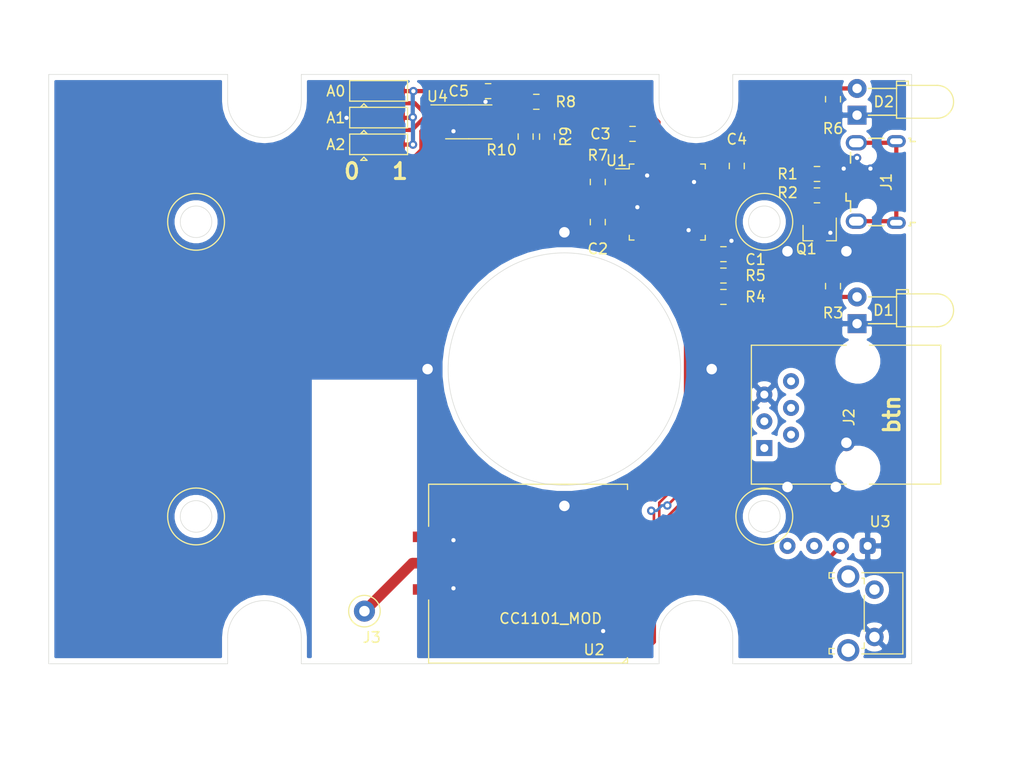
<source format=kicad_pcb>
(kicad_pcb (version 20171130) (host pcbnew "(5.1.6)-1")

  (general
    (thickness 1.6)
    (drawings 45)
    (tracks 238)
    (zones 0)
    (modules 29)
    (nets 63)
  )

  (page A4)
  (layers
    (0 F.Cu signal)
    (31 B.Cu signal)
    (32 B.Adhes user)
    (33 F.Adhes user)
    (34 B.Paste user)
    (35 F.Paste user)
    (36 B.SilkS user)
    (37 F.SilkS user)
    (38 B.Mask user)
    (39 F.Mask user)
    (40 Dwgs.User user)
    (41 Cmts.User user)
    (42 Eco1.User user)
    (43 Eco2.User user)
    (44 Edge.Cuts user)
    (45 Margin user)
    (46 B.CrtYd user)
    (47 F.CrtYd user)
    (48 B.Fab user)
    (49 F.Fab user)
  )

  (setup
    (last_trace_width 0.25)
    (user_trace_width 0.4)
    (user_trace_width 1)
    (trace_clearance 0.2)
    (zone_clearance 0.508)
    (zone_45_only no)
    (trace_min 0.2)
    (via_size 0.8)
    (via_drill 0.4)
    (via_min_size 0.4)
    (via_min_drill 0.3)
    (user_via 1.6 1)
    (uvia_size 0.3)
    (uvia_drill 0.1)
    (uvias_allowed no)
    (uvia_min_size 0.2)
    (uvia_min_drill 0.1)
    (edge_width 0.05)
    (segment_width 0.2)
    (pcb_text_width 0.3)
    (pcb_text_size 1.5 1.5)
    (mod_edge_width 0.12)
    (mod_text_size 1 1)
    (mod_text_width 0.15)
    (pad_size 2.1 2.1)
    (pad_drill 1.3)
    (pad_to_mask_clearance 0.05)
    (aux_axis_origin 0 0)
    (grid_origin 100 100)
    (visible_elements 7FFFFFFF)
    (pcbplotparams
      (layerselection 0x010fc_ffffffff)
      (usegerberextensions false)
      (usegerberattributes true)
      (usegerberadvancedattributes true)
      (creategerberjobfile true)
      (excludeedgelayer true)
      (linewidth 0.100000)
      (plotframeref false)
      (viasonmask false)
      (mode 1)
      (useauxorigin false)
      (hpglpennumber 1)
      (hpglpenspeed 20)
      (hpglpendiameter 15.000000)
      (psnegative false)
      (psa4output false)
      (plotreference true)
      (plotvalue true)
      (plotinvisibletext false)
      (padsonsilk false)
      (subtractmaskfromsilk false)
      (outputformat 1)
      (mirror false)
      (drillshape 1)
      (scaleselection 1)
      (outputdirectory ""))
  )

  (net 0 "")
  (net 1 +3V3)
  (net 2 GND)
  (net 3 "Net-(U1-Pad44)")
  (net 4 "Net-(U1-Pad43)")
  (net 5 "Net-(U1-Pad42)")
  (net 6 "Net-(U1-Pad41)")
  (net 7 "Net-(U1-Pad40)")
  (net 8 "Net-(U1-Pad39)")
  (net 9 "Net-(U1-Pad38)")
  (net 10 "Net-(U1-Pad37)")
  (net 11 "Net-(U1-Pad34)")
  (net 12 "Net-(U1-Pad31)")
  (net 13 "Net-(U1-Pad30)")
  (net 14 "Net-(U1-Pad29)")
  (net 15 "Net-(U1-Pad28)")
  (net 16 "Net-(U1-Pad27)")
  (net 17 "Net-(U1-Pad26)")
  (net 18 "Net-(U1-Pad25)")
  (net 19 "Net-(U1-Pad20)")
  (net 20 "Net-(U1-Pad19)")
  (net 21 "Net-(U1-Pad18)")
  (net 22 "Net-(U1-Pad13)")
  (net 23 "Net-(U1-Pad12)")
  (net 24 "Net-(U1-Pad11)")
  (net 25 "Net-(U1-Pad10)")
  (net 26 "Net-(U1-Pad6)")
  (net 27 "Net-(U1-Pad5)")
  (net 28 "Net-(U1-Pad4)")
  (net 29 "Net-(U1-Pad3)")
  (net 30 "Net-(U1-Pad2)")
  (net 31 "Net-(J1-Pad4)")
  (net 32 "Net-(D1-Pad2)")
  (net 33 +5V)
  (net 34 /usb_shield)
  (net 35 /USB_P)
  (net 36 /USB_N)
  (net 37 /D+)
  (net 38 /D-)
  (net 39 "Net-(J2-Pad1)")
  (net 40 "Net-(J2-Pad3)")
  (net 41 "Net-(J2-Pad4)")
  (net 42 "Net-(J2-Pad6)")
  (net 43 "Net-(J2-Pad2)")
  (net 44 "Net-(U2-Pad7)")
  (net 45 "Net-(U2-Pad6)")
  (net 46 /WL_CS)
  (net 47 /WL_MISO)
  (net 48 /WL_SCK)
  (net 49 /WL_MOSI)
  (net 50 /OLED_SDA)
  (net 51 /OLED_SCL)
  (net 52 "Net-(D2-Pad2)")
  (net 53 /conn_led)
  (net 54 /power_switch)
  (net 55 "Net-(J3-Pad1)")
  (net 56 /~RES)
  (net 57 /WP)
  (net 58 /MEM_SDA)
  (net 59 /MEM_SCL)
  (net 60 /MEM_A0)
  (net 61 /MEM_A1)
  (net 62 /MEM_A2)

  (net_class Default "This is the default net class."
    (clearance 0.2)
    (trace_width 0.25)
    (via_dia 0.8)
    (via_drill 0.4)
    (uvia_dia 0.3)
    (uvia_drill 0.1)
    (add_net +3V3)
    (add_net +5V)
    (add_net /D+)
    (add_net /D-)
    (add_net /MEM_A0)
    (add_net /MEM_A1)
    (add_net /MEM_A2)
    (add_net /MEM_SCL)
    (add_net /MEM_SDA)
    (add_net /OLED_SCL)
    (add_net /OLED_SDA)
    (add_net /USB_N)
    (add_net /USB_P)
    (add_net /WL_CS)
    (add_net /WL_MISO)
    (add_net /WL_MOSI)
    (add_net /WL_SCK)
    (add_net /WP)
    (add_net /conn_led)
    (add_net /power_switch)
    (add_net /usb_shield)
    (add_net /~RES)
    (add_net GND)
    (add_net "Net-(D1-Pad2)")
    (add_net "Net-(D2-Pad2)")
    (add_net "Net-(J1-Pad4)")
    (add_net "Net-(J2-Pad1)")
    (add_net "Net-(J2-Pad2)")
    (add_net "Net-(J2-Pad3)")
    (add_net "Net-(J2-Pad4)")
    (add_net "Net-(J2-Pad6)")
    (add_net "Net-(J3-Pad1)")
    (add_net "Net-(U1-Pad10)")
    (add_net "Net-(U1-Pad11)")
    (add_net "Net-(U1-Pad12)")
    (add_net "Net-(U1-Pad13)")
    (add_net "Net-(U1-Pad18)")
    (add_net "Net-(U1-Pad19)")
    (add_net "Net-(U1-Pad2)")
    (add_net "Net-(U1-Pad20)")
    (add_net "Net-(U1-Pad25)")
    (add_net "Net-(U1-Pad26)")
    (add_net "Net-(U1-Pad27)")
    (add_net "Net-(U1-Pad28)")
    (add_net "Net-(U1-Pad29)")
    (add_net "Net-(U1-Pad3)")
    (add_net "Net-(U1-Pad30)")
    (add_net "Net-(U1-Pad31)")
    (add_net "Net-(U1-Pad34)")
    (add_net "Net-(U1-Pad37)")
    (add_net "Net-(U1-Pad38)")
    (add_net "Net-(U1-Pad39)")
    (add_net "Net-(U1-Pad4)")
    (add_net "Net-(U1-Pad40)")
    (add_net "Net-(U1-Pad41)")
    (add_net "Net-(U1-Pad42)")
    (add_net "Net-(U1-Pad43)")
    (add_net "Net-(U1-Pad44)")
    (add_net "Net-(U1-Pad5)")
    (add_net "Net-(U1-Pad6)")
    (add_net "Net-(U2-Pad6)")
    (add_net "Net-(U2-Pad7)")
  )

  (module Jumper:SolderJumper-3_P2.0mm_Open_TrianglePad1.0x1.5mm (layer F.Cu) (tedit 5A64803D) (tstamp 607F0281)
    (at 90.348 78.664)
    (descr "SMD Solder Jumper, 1x1.5mm Triangular Pads, 0.3mm gap, open")
    (tags "solder jumper open")
    (path /6082FAA7)
    (attr virtual)
    (fp_text reference JP3 (at 0.725 -1.775) (layer F.SilkS) hide
      (effects (font (size 1 1) (thickness 0.15)))
    )
    (fp_text value A2 (at -4.064 0) (layer F.SilkS)
      (effects (font (size 1 1) (thickness 0.15)))
    )
    (fp_line (start -1.1 1.5) (end -1.4 1.2) (layer F.SilkS) (width 0.12))
    (fp_line (start -1.7 1.5) (end -1.1 1.5) (layer F.SilkS) (width 0.12))
    (fp_line (start -1.4 1.2) (end -1.7 1.5) (layer F.SilkS) (width 0.12))
    (fp_line (start -2.75 0.95) (end -2.75 -1) (layer F.SilkS) (width 0.12))
    (fp_line (start 2.75 0.95) (end -2.75 0.95) (layer F.SilkS) (width 0.12))
    (fp_line (start 2.75 -1) (end 2.75 0.95) (layer F.SilkS) (width 0.12))
    (fp_line (start -2.75 -1) (end 2.75 -1) (layer F.SilkS) (width 0.12))
    (fp_line (start -2.98 -1.27) (end 3 -1.27) (layer F.CrtYd) (width 0.05))
    (fp_line (start -2.98 -1.27) (end -2.98 1.25) (layer F.CrtYd) (width 0.05))
    (fp_line (start 3 1.25) (end 3 -1.27) (layer F.CrtYd) (width 0.05))
    (fp_line (start 3 1.25) (end -2.98 1.25) (layer F.CrtYd) (width 0.05))
    (pad 3 smd custom (at 2 0 180) (size 0.3 0.3) (layers F.Cu F.Mask)
      (net 1 +3V3) (zone_connect 2)
      (options (clearance outline) (anchor rect))
      (primitives
        (gr_poly (pts
           (xy -0.5 -0.75) (xy 0.5 -0.75) (xy 1 0) (xy 0.5 0.75) (xy -0.5 0.75)
) (width 0))
      ))
    (pad 2 smd custom (at 0 0) (size 0.3 0.3) (layers F.Cu)
      (net 62 /MEM_A2) (zone_connect 2)
      (options (clearance outline) (anchor rect))
      (primitives
        (gr_poly (pts
           (xy -1.2 -0.75) (xy 1.2 -0.75) (xy 0.7 0) (xy 1.2 0.75) (xy -1.2 0.75)
           (xy -0.7 0)) (width 0))
      ))
    (pad 1 smd custom (at -2 0) (size 0.3 0.3) (layers F.Cu F.Mask)
      (net 2 GND) (zone_connect 2)
      (options (clearance outline) (anchor rect))
      (primitives
        (gr_poly (pts
           (xy -0.5 -0.75) (xy 0.5 -0.75) (xy 1 0) (xy 0.5 0.75) (xy -0.5 0.75)
) (width 0))
      ))
    (pad "" smd rect (at -1.2 0) (size 1.5 1.5) (layers F.Mask))
    (pad "" smd rect (at 1.2 0) (size 1.5 1.5) (layers F.Mask))
  )

  (module Jumper:SolderJumper-3_P2.0mm_Open_TrianglePad1.0x1.5mm (layer F.Cu) (tedit 5A64803D) (tstamp 607F026D)
    (at 90.348 76.124)
    (descr "SMD Solder Jumper, 1x1.5mm Triangular Pads, 0.3mm gap, open")
    (tags "solder jumper open")
    (path /6082F498)
    (attr virtual)
    (fp_text reference JP2 (at 0.725 -1.775) (layer F.SilkS) hide
      (effects (font (size 1 1) (thickness 0.15)))
    )
    (fp_text value A1 (at -4.064 0) (layer F.SilkS)
      (effects (font (size 1 1) (thickness 0.15)))
    )
    (fp_line (start -1.1 1.5) (end -1.4 1.2) (layer F.SilkS) (width 0.12))
    (fp_line (start -1.7 1.5) (end -1.1 1.5) (layer F.SilkS) (width 0.12))
    (fp_line (start -1.4 1.2) (end -1.7 1.5) (layer F.SilkS) (width 0.12))
    (fp_line (start -2.75 0.95) (end -2.75 -1) (layer F.SilkS) (width 0.12))
    (fp_line (start 2.75 0.95) (end -2.75 0.95) (layer F.SilkS) (width 0.12))
    (fp_line (start 2.75 -1) (end 2.75 0.95) (layer F.SilkS) (width 0.12))
    (fp_line (start -2.75 -1) (end 2.75 -1) (layer F.SilkS) (width 0.12))
    (fp_line (start -2.98 -1.27) (end 3 -1.27) (layer F.CrtYd) (width 0.05))
    (fp_line (start -2.98 -1.27) (end -2.98 1.25) (layer F.CrtYd) (width 0.05))
    (fp_line (start 3 1.25) (end 3 -1.27) (layer F.CrtYd) (width 0.05))
    (fp_line (start 3 1.25) (end -2.98 1.25) (layer F.CrtYd) (width 0.05))
    (pad 3 smd custom (at 2 0 180) (size 0.3 0.3) (layers F.Cu F.Mask)
      (net 1 +3V3) (zone_connect 2)
      (options (clearance outline) (anchor rect))
      (primitives
        (gr_poly (pts
           (xy -0.5 -0.75) (xy 0.5 -0.75) (xy 1 0) (xy 0.5 0.75) (xy -0.5 0.75)
) (width 0))
      ))
    (pad 2 smd custom (at 0 0) (size 0.3 0.3) (layers F.Cu)
      (net 61 /MEM_A1) (zone_connect 2)
      (options (clearance outline) (anchor rect))
      (primitives
        (gr_poly (pts
           (xy -1.2 -0.75) (xy 1.2 -0.75) (xy 0.7 0) (xy 1.2 0.75) (xy -1.2 0.75)
           (xy -0.7 0)) (width 0))
      ))
    (pad 1 smd custom (at -2 0) (size 0.3 0.3) (layers F.Cu F.Mask)
      (net 2 GND) (zone_connect 2)
      (options (clearance outline) (anchor rect))
      (primitives
        (gr_poly (pts
           (xy -0.5 -0.75) (xy 0.5 -0.75) (xy 1 0) (xy 0.5 0.75) (xy -0.5 0.75)
) (width 0))
      ))
    (pad "" smd rect (at -1.2 0) (size 1.5 1.5) (layers F.Mask))
    (pad "" smd rect (at 1.2 0) (size 1.5 1.5) (layers F.Mask))
  )

  (module Jumper:SolderJumper-3_P2.0mm_Open_TrianglePad1.0x1.5mm (layer F.Cu) (tedit 5A64803D) (tstamp 607F0259)
    (at 90.348 73.584)
    (descr "SMD Solder Jumper, 1x1.5mm Triangular Pads, 0.3mm gap, open")
    (tags "solder jumper open")
    (path /608250E2)
    (attr virtual)
    (fp_text reference JP1 (at 0.725 -1.775) (layer F.SilkS) hide
      (effects (font (size 1 1) (thickness 0.15)))
    )
    (fp_text value A0 (at -4.064 0) (layer F.SilkS)
      (effects (font (size 1 1) (thickness 0.15)))
    )
    (fp_line (start -1.1 1.5) (end -1.4 1.2) (layer F.SilkS) (width 0.12))
    (fp_line (start -1.7 1.5) (end -1.1 1.5) (layer F.SilkS) (width 0.12))
    (fp_line (start -1.4 1.2) (end -1.7 1.5) (layer F.SilkS) (width 0.12))
    (fp_line (start -2.75 0.95) (end -2.75 -1) (layer F.SilkS) (width 0.12))
    (fp_line (start 2.75 0.95) (end -2.75 0.95) (layer F.SilkS) (width 0.12))
    (fp_line (start 2.75 -1) (end 2.75 0.95) (layer F.SilkS) (width 0.12))
    (fp_line (start -2.75 -1) (end 2.75 -1) (layer F.SilkS) (width 0.12))
    (fp_line (start -2.98 -1.27) (end 3 -1.27) (layer F.CrtYd) (width 0.05))
    (fp_line (start -2.98 -1.27) (end -2.98 1.25) (layer F.CrtYd) (width 0.05))
    (fp_line (start 3 1.25) (end 3 -1.27) (layer F.CrtYd) (width 0.05))
    (fp_line (start 3 1.25) (end -2.98 1.25) (layer F.CrtYd) (width 0.05))
    (pad 3 smd custom (at 2 0 180) (size 0.3 0.3) (layers F.Cu F.Mask)
      (net 1 +3V3) (zone_connect 2)
      (options (clearance outline) (anchor rect))
      (primitives
        (gr_poly (pts
           (xy -0.5 -0.75) (xy 0.5 -0.75) (xy 1 0) (xy 0.5 0.75) (xy -0.5 0.75)
) (width 0))
      ))
    (pad 2 smd custom (at 0 0) (size 0.3 0.3) (layers F.Cu)
      (net 60 /MEM_A0) (zone_connect 2)
      (options (clearance outline) (anchor rect))
      (primitives
        (gr_poly (pts
           (xy -1.2 -0.75) (xy 1.2 -0.75) (xy 0.7 0) (xy 1.2 0.75) (xy -1.2 0.75)
           (xy -0.7 0)) (width 0))
      ))
    (pad 1 smd custom (at -2 0) (size 0.3 0.3) (layers F.Cu F.Mask)
      (net 2 GND) (zone_connect 2)
      (options (clearance outline) (anchor rect))
      (primitives
        (gr_poly (pts
           (xy -0.5 -0.75) (xy 0.5 -0.75) (xy 1 0) (xy 0.5 0.75) (xy -0.5 0.75)
) (width 0))
      ))
    (pad "" smd rect (at -1.2 0) (size 1.5 1.5) (layers F.Mask))
    (pad "" smd rect (at 1.2 0) (size 1.5 1.5) (layers F.Mask))
  )

  (module Resistor_SMD:R_0805_2012Metric_Pad1.15x1.40mm_HandSolder (layer F.Cu) (tedit 5B36C52B) (tstamp 607ED2BA)
    (at 100.753 73.584 180)
    (descr "Resistor SMD 0805 (2012 Metric), square (rectangular) end terminal, IPC_7351 nominal with elongated pad for handsoldering. (Body size source: https://docs.google.com/spreadsheets/d/1BsfQQcO9C6DZCsRaXUlFlo91Tg2WpOkGARC1WS5S8t0/edit?usp=sharing), generated with kicad-footprint-generator")
    (tags "resistor handsolder")
    (path /60808B44)
    (attr smd)
    (fp_text reference C5 (at 2.794 0) (layer F.SilkS)
      (effects (font (size 1 1) (thickness 0.15)))
    )
    (fp_text value 0.1uF (at 0 1.65) (layer F.Fab)
      (effects (font (size 1 1) (thickness 0.15)))
    )
    (fp_text user %R (at 0 0) (layer F.Fab)
      (effects (font (size 0.5 0.5) (thickness 0.08)))
    )
    (fp_line (start -1 0.6) (end -1 -0.6) (layer F.Fab) (width 0.1))
    (fp_line (start -1 -0.6) (end 1 -0.6) (layer F.Fab) (width 0.1))
    (fp_line (start 1 -0.6) (end 1 0.6) (layer F.Fab) (width 0.1))
    (fp_line (start 1 0.6) (end -1 0.6) (layer F.Fab) (width 0.1))
    (fp_line (start -0.261252 -0.71) (end 0.261252 -0.71) (layer F.SilkS) (width 0.12))
    (fp_line (start -0.261252 0.71) (end 0.261252 0.71) (layer F.SilkS) (width 0.12))
    (fp_line (start -1.85 0.95) (end -1.85 -0.95) (layer F.CrtYd) (width 0.05))
    (fp_line (start -1.85 -0.95) (end 1.85 -0.95) (layer F.CrtYd) (width 0.05))
    (fp_line (start 1.85 -0.95) (end 1.85 0.95) (layer F.CrtYd) (width 0.05))
    (fp_line (start 1.85 0.95) (end -1.85 0.95) (layer F.CrtYd) (width 0.05))
    (pad 2 smd roundrect (at 1.025 0 180) (size 1.15 1.4) (layers F.Cu F.Paste F.Mask) (roundrect_rratio 0.217391)
      (net 2 GND))
    (pad 1 smd roundrect (at -1.025 0 180) (size 1.15 1.4) (layers F.Cu F.Paste F.Mask) (roundrect_rratio 0.217391)
      (net 1 +3V3))
    (model ${KISYS3DMOD}/Resistor_SMD.3dshapes/R_0805_2012Metric.wrl
      (at (xyz 0 0 0))
      (scale (xyz 1 1 1))
      (rotate (xyz 0 0 0))
    )
  )

  (module Resistor_SMD:R_0805_2012Metric_Pad1.15x1.40mm_HandSolder (layer F.Cu) (tedit 5B36C52B) (tstamp 607ECAD2)
    (at 104.318 77.902 90)
    (descr "Resistor SMD 0805 (2012 Metric), square (rectangular) end terminal, IPC_7351 nominal with elongated pad for handsoldering. (Body size source: https://docs.google.com/spreadsheets/d/1BsfQQcO9C6DZCsRaXUlFlo91Tg2WpOkGARC1WS5S8t0/edit?usp=sharing), generated with kicad-footprint-generator")
    (tags "resistor handsolder")
    (path /60800B6F)
    (attr smd)
    (fp_text reference R10 (at -1.27 -2.286 180) (layer F.SilkS)
      (effects (font (size 1 1) (thickness 0.15)))
    )
    (fp_text value 4k7 (at 0 1.65 90) (layer F.Fab)
      (effects (font (size 1 1) (thickness 0.15)))
    )
    (fp_text user %R (at 0 0 90) (layer F.Fab)
      (effects (font (size 0.5 0.5) (thickness 0.08)))
    )
    (fp_line (start -1 0.6) (end -1 -0.6) (layer F.Fab) (width 0.1))
    (fp_line (start -1 -0.6) (end 1 -0.6) (layer F.Fab) (width 0.1))
    (fp_line (start 1 -0.6) (end 1 0.6) (layer F.Fab) (width 0.1))
    (fp_line (start 1 0.6) (end -1 0.6) (layer F.Fab) (width 0.1))
    (fp_line (start -0.261252 -0.71) (end 0.261252 -0.71) (layer F.SilkS) (width 0.12))
    (fp_line (start -0.261252 0.71) (end 0.261252 0.71) (layer F.SilkS) (width 0.12))
    (fp_line (start -1.85 0.95) (end -1.85 -0.95) (layer F.CrtYd) (width 0.05))
    (fp_line (start -1.85 -0.95) (end 1.85 -0.95) (layer F.CrtYd) (width 0.05))
    (fp_line (start 1.85 -0.95) (end 1.85 0.95) (layer F.CrtYd) (width 0.05))
    (fp_line (start 1.85 0.95) (end -1.85 0.95) (layer F.CrtYd) (width 0.05))
    (pad 2 smd roundrect (at 1.025 0 90) (size 1.15 1.4) (layers F.Cu F.Paste F.Mask) (roundrect_rratio 0.217391)
      (net 59 /MEM_SCL))
    (pad 1 smd roundrect (at -1.025 0 90) (size 1.15 1.4) (layers F.Cu F.Paste F.Mask) (roundrect_rratio 0.217391)
      (net 1 +3V3))
    (model ${KISYS3DMOD}/Resistor_SMD.3dshapes/R_0805_2012Metric.wrl
      (at (xyz 0 0 0))
      (scale (xyz 1 1 1))
      (rotate (xyz 0 0 0))
    )
  )

  (module Resistor_SMD:R_0805_2012Metric_Pad1.15x1.40mm_HandSolder (layer F.Cu) (tedit 5B36C52B) (tstamp 607ECAC1)
    (at 106.35 77.911 90)
    (descr "Resistor SMD 0805 (2012 Metric), square (rectangular) end terminal, IPC_7351 nominal with elongated pad for handsoldering. (Body size source: https://docs.google.com/spreadsheets/d/1BsfQQcO9C6DZCsRaXUlFlo91Tg2WpOkGARC1WS5S8t0/edit?usp=sharing), generated with kicad-footprint-generator")
    (tags "resistor handsolder")
    (path /60801B46)
    (attr smd)
    (fp_text reference R9 (at 0.009 1.778 90) (layer F.SilkS)
      (effects (font (size 1 1) (thickness 0.15)))
    )
    (fp_text value 4k7 (at 0 1.65 90) (layer F.Fab)
      (effects (font (size 1 1) (thickness 0.15)))
    )
    (fp_text user %R (at 0 0 90) (layer F.Fab)
      (effects (font (size 0.5 0.5) (thickness 0.08)))
    )
    (fp_line (start -1 0.6) (end -1 -0.6) (layer F.Fab) (width 0.1))
    (fp_line (start -1 -0.6) (end 1 -0.6) (layer F.Fab) (width 0.1))
    (fp_line (start 1 -0.6) (end 1 0.6) (layer F.Fab) (width 0.1))
    (fp_line (start 1 0.6) (end -1 0.6) (layer F.Fab) (width 0.1))
    (fp_line (start -0.261252 -0.71) (end 0.261252 -0.71) (layer F.SilkS) (width 0.12))
    (fp_line (start -0.261252 0.71) (end 0.261252 0.71) (layer F.SilkS) (width 0.12))
    (fp_line (start -1.85 0.95) (end -1.85 -0.95) (layer F.CrtYd) (width 0.05))
    (fp_line (start -1.85 -0.95) (end 1.85 -0.95) (layer F.CrtYd) (width 0.05))
    (fp_line (start 1.85 -0.95) (end 1.85 0.95) (layer F.CrtYd) (width 0.05))
    (fp_line (start 1.85 0.95) (end -1.85 0.95) (layer F.CrtYd) (width 0.05))
    (pad 2 smd roundrect (at 1.025 0 90) (size 1.15 1.4) (layers F.Cu F.Paste F.Mask) (roundrect_rratio 0.217391)
      (net 58 /MEM_SDA))
    (pad 1 smd roundrect (at -1.025 0 90) (size 1.15 1.4) (layers F.Cu F.Paste F.Mask) (roundrect_rratio 0.217391)
      (net 1 +3V3))
    (model ${KISYS3DMOD}/Resistor_SMD.3dshapes/R_0805_2012Metric.wrl
      (at (xyz 0 0 0))
      (scale (xyz 1 1 1))
      (rotate (xyz 0 0 0))
    )
  )

  (module Resistor_SMD:R_0805_2012Metric_Pad1.15x1.40mm_HandSolder (layer F.Cu) (tedit 5B36C52B) (tstamp 607EA436)
    (at 105.334 74.6 180)
    (descr "Resistor SMD 0805 (2012 Metric), square (rectangular) end terminal, IPC_7351 nominal with elongated pad for handsoldering. (Body size source: https://docs.google.com/spreadsheets/d/1BsfQQcO9C6DZCsRaXUlFlo91Tg2WpOkGARC1WS5S8t0/edit?usp=sharing), generated with kicad-footprint-generator")
    (tags "resistor handsolder")
    (path /607F4E40)
    (attr smd)
    (fp_text reference R8 (at -2.794 0) (layer F.SilkS)
      (effects (font (size 1 1) (thickness 0.15)))
    )
    (fp_text value 4k7 (at 0 1.65) (layer F.Fab)
      (effects (font (size 1 1) (thickness 0.15)))
    )
    (fp_line (start 1.85 0.95) (end -1.85 0.95) (layer F.CrtYd) (width 0.05))
    (fp_line (start 1.85 -0.95) (end 1.85 0.95) (layer F.CrtYd) (width 0.05))
    (fp_line (start -1.85 -0.95) (end 1.85 -0.95) (layer F.CrtYd) (width 0.05))
    (fp_line (start -1.85 0.95) (end -1.85 -0.95) (layer F.CrtYd) (width 0.05))
    (fp_line (start -0.261252 0.71) (end 0.261252 0.71) (layer F.SilkS) (width 0.12))
    (fp_line (start -0.261252 -0.71) (end 0.261252 -0.71) (layer F.SilkS) (width 0.12))
    (fp_line (start 1 0.6) (end -1 0.6) (layer F.Fab) (width 0.1))
    (fp_line (start 1 -0.6) (end 1 0.6) (layer F.Fab) (width 0.1))
    (fp_line (start -1 -0.6) (end 1 -0.6) (layer F.Fab) (width 0.1))
    (fp_line (start -1 0.6) (end -1 -0.6) (layer F.Fab) (width 0.1))
    (fp_text user %R (at 0 0) (layer F.Fab)
      (effects (font (size 0.5 0.5) (thickness 0.08)))
    )
    (pad 1 smd roundrect (at -1.025 0 180) (size 1.15 1.4) (layers F.Cu F.Paste F.Mask) (roundrect_rratio 0.217391)
      (net 1 +3V3))
    (pad 2 smd roundrect (at 1.025 0 180) (size 1.15 1.4) (layers F.Cu F.Paste F.Mask) (roundrect_rratio 0.217391)
      (net 57 /WP))
    (model ${KISYS3DMOD}/Resistor_SMD.3dshapes/R_0805_2012Metric.wrl
      (at (xyz 0 0 0))
      (scale (xyz 1 1 1))
      (rotate (xyz 0 0 0))
    )
  )

  (module Package_SO:TSSOP-8_4.4x3mm_P0.65mm (layer F.Cu) (tedit 5E476F32) (tstamp 607ED88F)
    (at 98.9155 76.505)
    (descr "TSSOP, 8 Pin (JEDEC MO-153 Var AA https://www.jedec.org/document_search?search_api_views_fulltext=MO-153), generated with kicad-footprint-generator ipc_gullwing_generator.py")
    (tags "TSSOP SO")
    (path /607E9A40)
    (attr smd)
    (fp_text reference U4 (at -2.9795 -2.413) (layer F.SilkS)
      (effects (font (size 1 1) (thickness 0.15)))
    )
    (fp_text value 24LC128 (at 0 2.45) (layer F.Fab)
      (effects (font (size 1 1) (thickness 0.15)))
    )
    (fp_text user %R (at 0 0) (layer F.Fab)
      (effects (font (size 1 1) (thickness 0.15)))
    )
    (fp_line (start 0 1.61) (end 2.2 1.61) (layer F.SilkS) (width 0.12))
    (fp_line (start 0 1.61) (end -2.2 1.61) (layer F.SilkS) (width 0.12))
    (fp_line (start 0 -1.61) (end 2.2 -1.61) (layer F.SilkS) (width 0.12))
    (fp_line (start 0 -1.61) (end -3.6 -1.61) (layer F.SilkS) (width 0.12))
    (fp_line (start -1.45 -1.5) (end 2.2 -1.5) (layer F.Fab) (width 0.1))
    (fp_line (start 2.2 -1.5) (end 2.2 1.5) (layer F.Fab) (width 0.1))
    (fp_line (start 2.2 1.5) (end -2.2 1.5) (layer F.Fab) (width 0.1))
    (fp_line (start -2.2 1.5) (end -2.2 -0.75) (layer F.Fab) (width 0.1))
    (fp_line (start -2.2 -0.75) (end -1.45 -1.5) (layer F.Fab) (width 0.1))
    (fp_line (start -3.85 -1.75) (end -3.85 1.75) (layer F.CrtYd) (width 0.05))
    (fp_line (start -3.85 1.75) (end 3.85 1.75) (layer F.CrtYd) (width 0.05))
    (fp_line (start 3.85 1.75) (end 3.85 -1.75) (layer F.CrtYd) (width 0.05))
    (fp_line (start 3.85 -1.75) (end -3.85 -1.75) (layer F.CrtYd) (width 0.05))
    (pad 8 smd roundrect (at 2.8625 -0.975) (size 1.475 0.4) (layers F.Cu F.Paste F.Mask) (roundrect_rratio 0.25)
      (net 1 +3V3))
    (pad 7 smd roundrect (at 2.8625 -0.325) (size 1.475 0.4) (layers F.Cu F.Paste F.Mask) (roundrect_rratio 0.25)
      (net 57 /WP))
    (pad 6 smd roundrect (at 2.8625 0.325) (size 1.475 0.4) (layers F.Cu F.Paste F.Mask) (roundrect_rratio 0.25)
      (net 59 /MEM_SCL))
    (pad 5 smd roundrect (at 2.8625 0.975) (size 1.475 0.4) (layers F.Cu F.Paste F.Mask) (roundrect_rratio 0.25)
      (net 58 /MEM_SDA))
    (pad 4 smd roundrect (at -2.8625 0.975) (size 1.475 0.4) (layers F.Cu F.Paste F.Mask) (roundrect_rratio 0.25)
      (net 2 GND))
    (pad 3 smd roundrect (at -2.8625 0.325) (size 1.475 0.4) (layers F.Cu F.Paste F.Mask) (roundrect_rratio 0.25)
      (net 62 /MEM_A2))
    (pad 2 smd roundrect (at -2.8625 -0.325) (size 1.475 0.4) (layers F.Cu F.Paste F.Mask) (roundrect_rratio 0.25)
      (net 61 /MEM_A1))
    (pad 1 smd roundrect (at -2.8625 -0.975) (size 1.475 0.4) (layers F.Cu F.Paste F.Mask) (roundrect_rratio 0.25)
      (net 60 /MEM_A0))
    (model ${KISYS3DMOD}/Package_SO.3dshapes/TSSOP-8_4.4x3mm_P0.65mm.wrl
      (at (xyz 0 0 0))
      (scale (xyz 1 1 1))
      (rotate (xyz 0 0 0))
    )
  )

  (module Resistor_SMD:R_0805_2012Metric_Pad1.15x1.40mm_HandSolder (layer F.Cu) (tedit 5B36C52B) (tstamp 607CD512)
    (at 111.176 82.22 90)
    (descr "Resistor SMD 0805 (2012 Metric), square (rectangular) end terminal, IPC_7351 nominal with elongated pad for handsoldering. (Body size source: https://docs.google.com/spreadsheets/d/1BsfQQcO9C6DZCsRaXUlFlo91Tg2WpOkGARC1WS5S8t0/edit?usp=sharing), generated with kicad-footprint-generator")
    (tags "resistor handsolder")
    (path /6081414D)
    (attr smd)
    (fp_text reference R7 (at 2.54 0 180) (layer F.SilkS)
      (effects (font (size 1 1) (thickness 0.15)))
    )
    (fp_text value 47k (at 0 1.65 90) (layer F.Fab)
      (effects (font (size 1 1) (thickness 0.15)))
    )
    (fp_line (start 1.85 0.95) (end -1.85 0.95) (layer F.CrtYd) (width 0.05))
    (fp_line (start 1.85 -0.95) (end 1.85 0.95) (layer F.CrtYd) (width 0.05))
    (fp_line (start -1.85 -0.95) (end 1.85 -0.95) (layer F.CrtYd) (width 0.05))
    (fp_line (start -1.85 0.95) (end -1.85 -0.95) (layer F.CrtYd) (width 0.05))
    (fp_line (start -0.261252 0.71) (end 0.261252 0.71) (layer F.SilkS) (width 0.12))
    (fp_line (start -0.261252 -0.71) (end 0.261252 -0.71) (layer F.SilkS) (width 0.12))
    (fp_line (start 1 0.6) (end -1 0.6) (layer F.Fab) (width 0.1))
    (fp_line (start 1 -0.6) (end 1 0.6) (layer F.Fab) (width 0.1))
    (fp_line (start -1 -0.6) (end 1 -0.6) (layer F.Fab) (width 0.1))
    (fp_line (start -1 0.6) (end -1 -0.6) (layer F.Fab) (width 0.1))
    (fp_text user %R (at 0 0 90) (layer F.Fab)
      (effects (font (size 0.5 0.5) (thickness 0.08)))
    )
    (pad 2 smd roundrect (at 1.025 0 90) (size 1.15 1.4) (layers F.Cu F.Paste F.Mask) (roundrect_rratio 0.217391)
      (net 1 +3V3))
    (pad 1 smd roundrect (at -1.025 0 90) (size 1.15 1.4) (layers F.Cu F.Paste F.Mask) (roundrect_rratio 0.217391)
      (net 56 /~RES))
    (model ${KISYS3DMOD}/Resistor_SMD.3dshapes/R_0805_2012Metric.wrl
      (at (xyz 0 0 0))
      (scale (xyz 1 1 1))
      (rotate (xyz 0 0 0))
    )
  )

  (module TestPoint:TestPoint_Loop_D1.80mm_Drill1.0mm_Beaded (layer F.Cu) (tedit 5A0F774F) (tstamp 607CD419)
    (at 89 123)
    (descr "wire loop with bead as test point, loop diameter 1.8mm, hole diameter 1.0mm")
    (tags "test point wire loop bead")
    (path /60814E89)
    (fp_text reference J3 (at 0.7 2.5) (layer F.SilkS)
      (effects (font (size 1 1) (thickness 0.15)))
    )
    (fp_text value Conn_01x01_Female (at 0 -2.8) (layer F.Fab)
      (effects (font (size 1 1) (thickness 0.15)))
    )
    (fp_circle (center 0 0) (end 1.3 0) (layer F.Fab) (width 0.12))
    (fp_line (start -0.9 0.2) (end -0.9 -0.2) (layer F.Fab) (width 0.12))
    (fp_line (start 0.9 0.2) (end -0.9 0.2) (layer F.Fab) (width 0.12))
    (fp_line (start 0.9 -0.2) (end 0.9 0.2) (layer F.Fab) (width 0.12))
    (fp_line (start -0.9 -0.2) (end 0.9 -0.2) (layer F.Fab) (width 0.12))
    (fp_circle (center 0 0) (end 1.5 0) (layer F.SilkS) (width 0.12))
    (fp_circle (center 0 0) (end 1.8 0) (layer F.CrtYd) (width 0.05))
    (fp_text user %R (at 0.7 2.5) (layer F.Fab)
      (effects (font (size 1 1) (thickness 0.15)))
    )
    (pad 1 thru_hole circle (at 0 0) (size 2 2) (drill 1) (layers *.Cu *.Mask)
      (net 55 "Net-(J3-Pad1)"))
    (model ${KISYS3DMOD}/TestPoint.3dshapes/TestPoint_Loop_D1.80mm_Drill1.0mm_Beaded.wrl
      (at (xyz 0 0 0))
      (scale (xyz 1 1 1))
      (rotate (xyz 0 0 0))
    )
  )

  (module Resistor_SMD:R_0805_2012Metric_Pad1.15x1.40mm_HandSolder (layer F.Cu) (tedit 5B36C52B) (tstamp 607C51C2)
    (at 124.384 80.696 270)
    (descr "Resistor SMD 0805 (2012 Metric), square (rectangular) end terminal, IPC_7351 nominal with elongated pad for handsoldering. (Body size source: https://docs.google.com/spreadsheets/d/1BsfQQcO9C6DZCsRaXUlFlo91Tg2WpOkGARC1WS5S8t0/edit?usp=sharing), generated with kicad-footprint-generator")
    (tags "resistor handsolder")
    (path /607E186A)
    (attr smd)
    (fp_text reference C4 (at -2.54 0 180) (layer F.SilkS)
      (effects (font (size 1 1) (thickness 0.15)))
    )
    (fp_text value 0.1uF (at 0 1.65 90) (layer F.Fab)
      (effects (font (size 1 1) (thickness 0.15)))
    )
    (fp_line (start 1.85 0.95) (end -1.85 0.95) (layer F.CrtYd) (width 0.05))
    (fp_line (start 1.85 -0.95) (end 1.85 0.95) (layer F.CrtYd) (width 0.05))
    (fp_line (start -1.85 -0.95) (end 1.85 -0.95) (layer F.CrtYd) (width 0.05))
    (fp_line (start -1.85 0.95) (end -1.85 -0.95) (layer F.CrtYd) (width 0.05))
    (fp_line (start -0.261252 0.71) (end 0.261252 0.71) (layer F.SilkS) (width 0.12))
    (fp_line (start -0.261252 -0.71) (end 0.261252 -0.71) (layer F.SilkS) (width 0.12))
    (fp_line (start 1 0.6) (end -1 0.6) (layer F.Fab) (width 0.1))
    (fp_line (start 1 -0.6) (end 1 0.6) (layer F.Fab) (width 0.1))
    (fp_line (start -1 -0.6) (end 1 -0.6) (layer F.Fab) (width 0.1))
    (fp_line (start -1 0.6) (end -1 -0.6) (layer F.Fab) (width 0.1))
    (fp_text user %R (at 0 0 90) (layer F.Fab)
      (effects (font (size 0.5 0.5) (thickness 0.08)))
    )
    (pad 2 smd roundrect (at 1.025 0 270) (size 1.15 1.4) (layers F.Cu F.Paste F.Mask) (roundrect_rratio 0.217391)
      (net 2 GND))
    (pad 1 smd roundrect (at -1.025 0 270) (size 1.15 1.4) (layers F.Cu F.Paste F.Mask) (roundrect_rratio 0.217391)
      (net 1 +3V3))
    (model ${KISYS3DMOD}/Resistor_SMD.3dshapes/R_0805_2012Metric.wrl
      (at (xyz 0 0 0))
      (scale (xyz 1 1 1))
      (rotate (xyz 0 0 0))
    )
  )

  (module Resistor_SMD:R_0805_2012Metric_Pad1.15x1.40mm_HandSolder (layer F.Cu) (tedit 5B36C52B) (tstamp 607C51B1)
    (at 114.478 77.648)
    (descr "Resistor SMD 0805 (2012 Metric), square (rectangular) end terminal, IPC_7351 nominal with elongated pad for handsoldering. (Body size source: https://docs.google.com/spreadsheets/d/1BsfQQcO9C6DZCsRaXUlFlo91Tg2WpOkGARC1WS5S8t0/edit?usp=sharing), generated with kicad-footprint-generator")
    (tags "resistor handsolder")
    (path /607DDEA4)
    (attr smd)
    (fp_text reference C3 (at -3.048 0) (layer F.SilkS)
      (effects (font (size 1 1) (thickness 0.15)))
    )
    (fp_text value 0.1uF (at 0 1.65) (layer F.Fab)
      (effects (font (size 1 1) (thickness 0.15)))
    )
    (fp_line (start 1.85 0.95) (end -1.85 0.95) (layer F.CrtYd) (width 0.05))
    (fp_line (start 1.85 -0.95) (end 1.85 0.95) (layer F.CrtYd) (width 0.05))
    (fp_line (start -1.85 -0.95) (end 1.85 -0.95) (layer F.CrtYd) (width 0.05))
    (fp_line (start -1.85 0.95) (end -1.85 -0.95) (layer F.CrtYd) (width 0.05))
    (fp_line (start -0.261252 0.71) (end 0.261252 0.71) (layer F.SilkS) (width 0.12))
    (fp_line (start -0.261252 -0.71) (end 0.261252 -0.71) (layer F.SilkS) (width 0.12))
    (fp_line (start 1 0.6) (end -1 0.6) (layer F.Fab) (width 0.1))
    (fp_line (start 1 -0.6) (end 1 0.6) (layer F.Fab) (width 0.1))
    (fp_line (start -1 -0.6) (end 1 -0.6) (layer F.Fab) (width 0.1))
    (fp_line (start -1 0.6) (end -1 -0.6) (layer F.Fab) (width 0.1))
    (fp_text user %R (at 0 0) (layer F.Fab)
      (effects (font (size 0.5 0.5) (thickness 0.08)))
    )
    (pad 2 smd roundrect (at 1.025 0) (size 1.15 1.4) (layers F.Cu F.Paste F.Mask) (roundrect_rratio 0.217391)
      (net 2 GND))
    (pad 1 smd roundrect (at -1.025 0) (size 1.15 1.4) (layers F.Cu F.Paste F.Mask) (roundrect_rratio 0.217391)
      (net 1 +3V3))
    (model ${KISYS3DMOD}/Resistor_SMD.3dshapes/R_0805_2012Metric.wrl
      (at (xyz 0 0 0))
      (scale (xyz 1 1 1))
      (rotate (xyz 0 0 0))
    )
  )

  (module Resistor_SMD:R_0805_2012Metric_Pad1.15x1.40mm_HandSolder (layer F.Cu) (tedit 5B36C52B) (tstamp 607C51A0)
    (at 111.176 86.03 90)
    (descr "Resistor SMD 0805 (2012 Metric), square (rectangular) end terminal, IPC_7351 nominal with elongated pad for handsoldering. (Body size source: https://docs.google.com/spreadsheets/d/1BsfQQcO9C6DZCsRaXUlFlo91Tg2WpOkGARC1WS5S8t0/edit?usp=sharing), generated with kicad-footprint-generator")
    (tags "resistor handsolder")
    (path /607DDAFC)
    (attr smd)
    (fp_text reference C2 (at -2.54 0 180) (layer F.SilkS)
      (effects (font (size 1 1) (thickness 0.15)))
    )
    (fp_text value 0.1uF (at 0 1.65 90) (layer F.Fab)
      (effects (font (size 1 1) (thickness 0.15)))
    )
    (fp_line (start 1.85 0.95) (end -1.85 0.95) (layer F.CrtYd) (width 0.05))
    (fp_line (start 1.85 -0.95) (end 1.85 0.95) (layer F.CrtYd) (width 0.05))
    (fp_line (start -1.85 -0.95) (end 1.85 -0.95) (layer F.CrtYd) (width 0.05))
    (fp_line (start -1.85 0.95) (end -1.85 -0.95) (layer F.CrtYd) (width 0.05))
    (fp_line (start -0.261252 0.71) (end 0.261252 0.71) (layer F.SilkS) (width 0.12))
    (fp_line (start -0.261252 -0.71) (end 0.261252 -0.71) (layer F.SilkS) (width 0.12))
    (fp_line (start 1 0.6) (end -1 0.6) (layer F.Fab) (width 0.1))
    (fp_line (start 1 -0.6) (end 1 0.6) (layer F.Fab) (width 0.1))
    (fp_line (start -1 -0.6) (end 1 -0.6) (layer F.Fab) (width 0.1))
    (fp_line (start -1 0.6) (end -1 -0.6) (layer F.Fab) (width 0.1))
    (fp_text user %R (at 0 0 90) (layer F.Fab)
      (effects (font (size 0.5 0.5) (thickness 0.08)))
    )
    (pad 2 smd roundrect (at 1.025 0 90) (size 1.15 1.4) (layers F.Cu F.Paste F.Mask) (roundrect_rratio 0.217391)
      (net 2 GND))
    (pad 1 smd roundrect (at -1.025 0 90) (size 1.15 1.4) (layers F.Cu F.Paste F.Mask) (roundrect_rratio 0.217391)
      (net 1 +3V3))
    (model ${KISYS3DMOD}/Resistor_SMD.3dshapes/R_0805_2012Metric.wrl
      (at (xyz 0 0 0))
      (scale (xyz 1 1 1))
      (rotate (xyz 0 0 0))
    )
  )

  (module Resistor_SMD:R_0805_2012Metric_Pad1.15x1.40mm_HandSolder (layer F.Cu) (tedit 5B36C52B) (tstamp 607C5F32)
    (at 123.114 89.078)
    (descr "Resistor SMD 0805 (2012 Metric), square (rectangular) end terminal, IPC_7351 nominal with elongated pad for handsoldering. (Body size source: https://docs.google.com/spreadsheets/d/1BsfQQcO9C6DZCsRaXUlFlo91Tg2WpOkGARC1WS5S8t0/edit?usp=sharing), generated with kicad-footprint-generator")
    (tags "resistor handsolder")
    (path /607DD4B3)
    (attr smd)
    (fp_text reference C1 (at 3.048 0.508) (layer F.SilkS)
      (effects (font (size 1 1) (thickness 0.15)))
    )
    (fp_text value 0.1uF (at 0 1.65) (layer F.Fab)
      (effects (font (size 1 1) (thickness 0.15)))
    )
    (fp_line (start 1.85 0.95) (end -1.85 0.95) (layer F.CrtYd) (width 0.05))
    (fp_line (start 1.85 -0.95) (end 1.85 0.95) (layer F.CrtYd) (width 0.05))
    (fp_line (start -1.85 -0.95) (end 1.85 -0.95) (layer F.CrtYd) (width 0.05))
    (fp_line (start -1.85 0.95) (end -1.85 -0.95) (layer F.CrtYd) (width 0.05))
    (fp_line (start -0.261252 0.71) (end 0.261252 0.71) (layer F.SilkS) (width 0.12))
    (fp_line (start -0.261252 -0.71) (end 0.261252 -0.71) (layer F.SilkS) (width 0.12))
    (fp_line (start 1 0.6) (end -1 0.6) (layer F.Fab) (width 0.1))
    (fp_line (start 1 -0.6) (end 1 0.6) (layer F.Fab) (width 0.1))
    (fp_line (start -1 -0.6) (end 1 -0.6) (layer F.Fab) (width 0.1))
    (fp_line (start -1 0.6) (end -1 -0.6) (layer F.Fab) (width 0.1))
    (fp_text user %R (at 0 0) (layer F.Fab)
      (effects (font (size 0.5 0.5) (thickness 0.08)))
    )
    (pad 2 smd roundrect (at 1.025 0) (size 1.15 1.4) (layers F.Cu F.Paste F.Mask) (roundrect_rratio 0.217391)
      (net 2 GND))
    (pad 1 smd roundrect (at -1.025 0) (size 1.15 1.4) (layers F.Cu F.Paste F.Mask) (roundrect_rratio 0.217391)
      (net 1 +3V3))
    (model ${KISYS3DMOD}/Resistor_SMD.3dshapes/R_0805_2012Metric.wrl
      (at (xyz 0 0 0))
      (scale (xyz 1 1 1))
      (rotate (xyz 0 0 0))
    )
  )

  (module Resistor_SMD:R_0805_2012Metric_Pad1.15x1.40mm_HandSolder (layer F.Cu) (tedit 5B36C52B) (tstamp 607C269B)
    (at 133.528 74.355 90)
    (descr "Resistor SMD 0805 (2012 Metric), square (rectangular) end terminal, IPC_7351 nominal with elongated pad for handsoldering. (Body size source: https://docs.google.com/spreadsheets/d/1BsfQQcO9C6DZCsRaXUlFlo91Tg2WpOkGARC1WS5S8t0/edit?usp=sharing), generated with kicad-footprint-generator")
    (tags "resistor handsolder")
    (path /607C6504)
    (attr smd)
    (fp_text reference R6 (at -2.785 0 180) (layer F.SilkS)
      (effects (font (size 1 1) (thickness 0.15)))
    )
    (fp_text value 1k (at 0 1.65 90) (layer F.Fab)
      (effects (font (size 1 1) (thickness 0.15)))
    )
    (fp_line (start 1.85 0.95) (end -1.85 0.95) (layer F.CrtYd) (width 0.05))
    (fp_line (start 1.85 -0.95) (end 1.85 0.95) (layer F.CrtYd) (width 0.05))
    (fp_line (start -1.85 -0.95) (end 1.85 -0.95) (layer F.CrtYd) (width 0.05))
    (fp_line (start -1.85 0.95) (end -1.85 -0.95) (layer F.CrtYd) (width 0.05))
    (fp_line (start -0.261252 0.71) (end 0.261252 0.71) (layer F.SilkS) (width 0.12))
    (fp_line (start -0.261252 -0.71) (end 0.261252 -0.71) (layer F.SilkS) (width 0.12))
    (fp_line (start 1 0.6) (end -1 0.6) (layer F.Fab) (width 0.1))
    (fp_line (start 1 -0.6) (end 1 0.6) (layer F.Fab) (width 0.1))
    (fp_line (start -1 -0.6) (end 1 -0.6) (layer F.Fab) (width 0.1))
    (fp_line (start -1 0.6) (end -1 -0.6) (layer F.Fab) (width 0.1))
    (fp_text user %R (at 0 0 90) (layer F.Fab)
      (effects (font (size 0.5 0.5) (thickness 0.08)))
    )
    (pad 2 smd roundrect (at 1.025 0 90) (size 1.15 1.4) (layers F.Cu F.Paste F.Mask) (roundrect_rratio 0.217391)
      (net 52 "Net-(D2-Pad2)"))
    (pad 1 smd roundrect (at -1.025 0 90) (size 1.15 1.4) (layers F.Cu F.Paste F.Mask) (roundrect_rratio 0.217391)
      (net 53 /conn_led))
    (model ${KISYS3DMOD}/Resistor_SMD.3dshapes/R_0805_2012Metric.wrl
      (at (xyz 0 0 0))
      (scale (xyz 1 1 1))
      (rotate (xyz 0 0 0))
    )
  )

  (module LED_THT:LED_D3.0mm_Horizontal_O3.81mm_Z2.0mm (layer F.Cu) (tedit 5880A862) (tstamp 607C2524)
    (at 135.814 75.87 90)
    (descr "LED, diameter 3.0mm z-position of LED center 2.0mm, 2 pins, diameter 3.0mm z-position of LED center 2.0mm, 2 pins")
    (tags "LED diameter 3.0mm z-position of LED center 2.0mm 2 pins diameter 3.0mm z-position of LED center 2.0mm 2 pins")
    (path /607C2C8C)
    (fp_text reference D2 (at 1.27 2.54 180) (layer F.SilkS)
      (effects (font (size 1 1) (thickness 0.15)))
    )
    (fp_text value LED (at 1.27 10.17 90) (layer F.Fab)
      (effects (font (size 1 1) (thickness 0.15)))
    )
    (fp_line (start 3.75 -1.25) (end -1.25 -1.25) (layer F.CrtYd) (width 0.05))
    (fp_line (start 3.75 9.45) (end 3.75 -1.25) (layer F.CrtYd) (width 0.05))
    (fp_line (start -1.25 9.45) (end 3.75 9.45) (layer F.CrtYd) (width 0.05))
    (fp_line (start -1.25 -1.25) (end -1.25 9.45) (layer F.CrtYd) (width 0.05))
    (fp_line (start 2.54 1.08) (end 2.54 1.08) (layer F.SilkS) (width 0.12))
    (fp_line (start 2.54 3.75) (end 2.54 1.08) (layer F.SilkS) (width 0.12))
    (fp_line (start 2.54 3.75) (end 2.54 3.75) (layer F.SilkS) (width 0.12))
    (fp_line (start 2.54 1.08) (end 2.54 3.75) (layer F.SilkS) (width 0.12))
    (fp_line (start 0 1.08) (end 0 1.08) (layer F.SilkS) (width 0.12))
    (fp_line (start 0 3.75) (end 0 1.08) (layer F.SilkS) (width 0.12))
    (fp_line (start 0 3.75) (end 0 3.75) (layer F.SilkS) (width 0.12))
    (fp_line (start 0 1.08) (end 0 3.75) (layer F.SilkS) (width 0.12))
    (fp_line (start 2.83 3.75) (end 3.23 3.75) (layer F.SilkS) (width 0.12))
    (fp_line (start 2.83 4.87) (end 2.83 3.75) (layer F.SilkS) (width 0.12))
    (fp_line (start 3.23 4.87) (end 2.83 4.87) (layer F.SilkS) (width 0.12))
    (fp_line (start 3.23 3.75) (end 3.23 4.87) (layer F.SilkS) (width 0.12))
    (fp_line (start -0.29 3.75) (end 2.83 3.75) (layer F.SilkS) (width 0.12))
    (fp_line (start 2.83 3.75) (end 2.83 7.61) (layer F.SilkS) (width 0.12))
    (fp_line (start -0.29 3.75) (end -0.29 7.61) (layer F.SilkS) (width 0.12))
    (fp_line (start 2.54 0) (end 2.54 0) (layer F.Fab) (width 0.1))
    (fp_line (start 2.54 3.81) (end 2.54 0) (layer F.Fab) (width 0.1))
    (fp_line (start 2.54 3.81) (end 2.54 3.81) (layer F.Fab) (width 0.1))
    (fp_line (start 2.54 0) (end 2.54 3.81) (layer F.Fab) (width 0.1))
    (fp_line (start 0 0) (end 0 0) (layer F.Fab) (width 0.1))
    (fp_line (start 0 3.81) (end 0 0) (layer F.Fab) (width 0.1))
    (fp_line (start 0 3.81) (end 0 3.81) (layer F.Fab) (width 0.1))
    (fp_line (start 0 0) (end 0 3.81) (layer F.Fab) (width 0.1))
    (fp_line (start 2.77 3.81) (end 3.17 3.81) (layer F.Fab) (width 0.1))
    (fp_line (start 2.77 4.81) (end 2.77 3.81) (layer F.Fab) (width 0.1))
    (fp_line (start 3.17 4.81) (end 2.77 4.81) (layer F.Fab) (width 0.1))
    (fp_line (start 3.17 3.81) (end 3.17 4.81) (layer F.Fab) (width 0.1))
    (fp_line (start -0.23 3.81) (end 2.77 3.81) (layer F.Fab) (width 0.1))
    (fp_line (start 2.77 3.81) (end 2.77 7.61) (layer F.Fab) (width 0.1))
    (fp_line (start -0.23 3.81) (end -0.23 7.61) (layer F.Fab) (width 0.1))
    (fp_arc (start 1.27 7.61) (end -0.29 7.61) (angle -180) (layer F.SilkS) (width 0.12))
    (fp_arc (start 1.27 7.61) (end -0.23 7.61) (angle -180) (layer F.Fab) (width 0.1))
    (pad 2 thru_hole circle (at 2.54 0 90) (size 1.8 1.8) (drill 0.9) (layers *.Cu *.Mask)
      (net 52 "Net-(D2-Pad2)"))
    (pad 1 thru_hole rect (at 0 0 90) (size 1.8 1.8) (drill 0.9) (layers *.Cu *.Mask)
      (net 2 GND))
    (model ${KISYS3DMOD}/LED_THT.3dshapes/LED_D3.0mm_Horizontal_O3.81mm_Z2.0mm.wrl
      (at (xyz 0 0 0))
      (scale (xyz 1 1 1))
      (rotate (xyz 0 0 0))
    )
  )

  (module Resistor_SMD:R_0805_2012Metric_Pad1.15x1.40mm_HandSolder (layer F.Cu) (tedit 5B36C52B) (tstamp 607B8E6E)
    (at 123.114 91.11)
    (descr "Resistor SMD 0805 (2012 Metric), square (rectangular) end terminal, IPC_7351 nominal with elongated pad for handsoldering. (Body size source: https://docs.google.com/spreadsheets/d/1BsfQQcO9C6DZCsRaXUlFlo91Tg2WpOkGARC1WS5S8t0/edit?usp=sharing), generated with kicad-footprint-generator")
    (tags "resistor handsolder")
    (path /607D5A24)
    (attr smd)
    (fp_text reference R5 (at 3.048 0) (layer F.SilkS)
      (effects (font (size 1 1) (thickness 0.15)))
    )
    (fp_text value 4k7 (at 0 1.65) (layer F.Fab)
      (effects (font (size 1 1) (thickness 0.15)))
    )
    (fp_line (start -1 0.6) (end -1 -0.6) (layer F.Fab) (width 0.1))
    (fp_line (start -1 -0.6) (end 1 -0.6) (layer F.Fab) (width 0.1))
    (fp_line (start 1 -0.6) (end 1 0.6) (layer F.Fab) (width 0.1))
    (fp_line (start 1 0.6) (end -1 0.6) (layer F.Fab) (width 0.1))
    (fp_line (start -0.261252 -0.71) (end 0.261252 -0.71) (layer F.SilkS) (width 0.12))
    (fp_line (start -0.261252 0.71) (end 0.261252 0.71) (layer F.SilkS) (width 0.12))
    (fp_line (start -1.85 0.95) (end -1.85 -0.95) (layer F.CrtYd) (width 0.05))
    (fp_line (start -1.85 -0.95) (end 1.85 -0.95) (layer F.CrtYd) (width 0.05))
    (fp_line (start 1.85 -0.95) (end 1.85 0.95) (layer F.CrtYd) (width 0.05))
    (fp_line (start 1.85 0.95) (end -1.85 0.95) (layer F.CrtYd) (width 0.05))
    (fp_text user %R (at 0 0) (layer F.Fab)
      (effects (font (size 0.5 0.5) (thickness 0.08)))
    )
    (pad 2 smd roundrect (at 1.025 0) (size 1.15 1.4) (layers F.Cu F.Paste F.Mask) (roundrect_rratio 0.217391)
      (net 1 +3V3))
    (pad 1 smd roundrect (at -1.025 0) (size 1.15 1.4) (layers F.Cu F.Paste F.Mask) (roundrect_rratio 0.217391)
      (net 50 /OLED_SDA))
    (model ${KISYS3DMOD}/Resistor_SMD.3dshapes/R_0805_2012Metric.wrl
      (at (xyz 0 0 0))
      (scale (xyz 1 1 1))
      (rotate (xyz 0 0 0))
    )
  )

  (module Resistor_SMD:R_0805_2012Metric_Pad1.15x1.40mm_HandSolder (layer F.Cu) (tedit 5B36C52B) (tstamp 607B8E9E)
    (at 123.114 93.142)
    (descr "Resistor SMD 0805 (2012 Metric), square (rectangular) end terminal, IPC_7351 nominal with elongated pad for handsoldering. (Body size source: https://docs.google.com/spreadsheets/d/1BsfQQcO9C6DZCsRaXUlFlo91Tg2WpOkGARC1WS5S8t0/edit?usp=sharing), generated with kicad-footprint-generator")
    (tags "resistor handsolder")
    (path /607D6579)
    (attr smd)
    (fp_text reference R4 (at 3.048 0) (layer F.SilkS)
      (effects (font (size 1 1) (thickness 0.15)))
    )
    (fp_text value 4k7 (at 0 1.65) (layer F.Fab)
      (effects (font (size 1 1) (thickness 0.15)))
    )
    (fp_line (start -1 0.6) (end -1 -0.6) (layer F.Fab) (width 0.1))
    (fp_line (start -1 -0.6) (end 1 -0.6) (layer F.Fab) (width 0.1))
    (fp_line (start 1 -0.6) (end 1 0.6) (layer F.Fab) (width 0.1))
    (fp_line (start 1 0.6) (end -1 0.6) (layer F.Fab) (width 0.1))
    (fp_line (start -0.261252 -0.71) (end 0.261252 -0.71) (layer F.SilkS) (width 0.12))
    (fp_line (start -0.261252 0.71) (end 0.261252 0.71) (layer F.SilkS) (width 0.12))
    (fp_line (start -1.85 0.95) (end -1.85 -0.95) (layer F.CrtYd) (width 0.05))
    (fp_line (start -1.85 -0.95) (end 1.85 -0.95) (layer F.CrtYd) (width 0.05))
    (fp_line (start 1.85 -0.95) (end 1.85 0.95) (layer F.CrtYd) (width 0.05))
    (fp_line (start 1.85 0.95) (end -1.85 0.95) (layer F.CrtYd) (width 0.05))
    (fp_text user %R (at 0 0) (layer F.Fab)
      (effects (font (size 0.5 0.5) (thickness 0.08)))
    )
    (pad 2 smd roundrect (at 1.025 0) (size 1.15 1.4) (layers F.Cu F.Paste F.Mask) (roundrect_rratio 0.217391)
      (net 1 +3V3))
    (pad 1 smd roundrect (at -1.025 0) (size 1.15 1.4) (layers F.Cu F.Paste F.Mask) (roundrect_rratio 0.217391)
      (net 51 /OLED_SCL))
    (model ${KISYS3DMOD}/Resistor_SMD.3dshapes/R_0805_2012Metric.wrl
      (at (xyz 0 0 0))
      (scale (xyz 1 1 1))
      (rotate (xyz 0 0 0))
    )
  )

  (module brbuttonsystem:OLED_0.91 locked (layer F.Cu) (tedit 607B1938) (tstamp 607B1835)
    (at 132 100 90)
    (path /607CC96C)
    (fp_text reference U3 (at -14.5 6 180) (layer F.SilkS)
      (effects (font (size 1 1) (thickness 0.15)))
    )
    (fp_text value OLED_0.91 (at 0 -0.5 90) (layer F.Fab)
      (effects (font (size 1 1) (thickness 0.15)))
    )
    (fp_line (start -11.2 -2.8) (end -11.2 2.8) (layer F.Fab) (width 0.12))
    (fp_line (start -11.2 2.8) (end 11.2 2.8) (layer F.Fab) (width 0.12))
    (fp_line (start 11.2 2.8) (end 11.2 -2.8) (layer F.Fab) (width 0.12))
    (fp_line (start 11.2 -2.8) (end -11.2 -2.8) (layer F.Fab) (width 0.12))
    (fp_line (start -18.3 -5) (end 19.7 -5) (layer F.Fab) (width 0.12))
    (fp_line (start 19.7 -5) (end 19.7 7) (layer F.Fab) (width 0.12))
    (fp_line (start 19.7 7) (end -18.3 7) (layer F.Fab) (width 0.12))
    (fp_line (start -18.3 -5) (end -18.3 7) (layer F.Fab) (width 0.12))
    (pad 4 thru_hole circle (at -16.8 -2.8 90) (size 1.524 1.524) (drill 0.762) (layers *.Cu *.Mask)
      (net 50 /OLED_SDA))
    (pad 3 thru_hole circle (at -16.8 -0.26 90) (size 1.524 1.524) (drill 0.762) (layers *.Cu *.Mask)
      (net 51 /OLED_SCL))
    (pad 2 thru_hole circle (at -16.8 2.28 90) (size 1.524 1.524) (drill 0.762) (layers *.Cu *.Mask)
      (net 1 +3V3))
    (pad 1 thru_hole roundrect (at -16.8 4.82 90) (size 1.524 1.524) (drill 0.762) (layers *.Cu *.Mask) (roundrect_rratio 0.25)
      (net 2 GND))
  )

  (module brbuttonsystem:CC1101_MOD (layer F.Cu) (tedit 607AAC28) (tstamp 607B0F4F)
    (at 114 127.94 180)
    (path /607BED12)
    (fp_text reference U2 (at 3.175 1.27) (layer F.SilkS)
      (effects (font (size 1 1) (thickness 0.15)))
    )
    (fp_text value CC1101_MOD (at 7.31 4.24) (layer F.SilkS)
      (effects (font (size 1 1) (thickness 0.15)))
    )
    (fp_line (start 0 0.5) (end 0.5 0) (layer F.SilkS) (width 0.12))
    (fp_line (start 18.9 0) (end 18.9 6) (layer F.SilkS) (width 0.12))
    (fp_line (start 0 0) (end 18.9 0) (layer F.SilkS) (width 0.12))
    (fp_line (start 0 0.5) (end 0 0) (layer F.SilkS) (width 0.12))
    (fp_line (start 0 17) (end 0 16.5) (layer F.SilkS) (width 0.12))
    (fp_line (start 18.9 17) (end 18.9 13) (layer F.SilkS) (width 0.12))
    (fp_line (start 0 17) (end 18.9 17) (layer F.SilkS) (width 0.12))
    (pad 1 smd rect (at 0 1.5 180) (size 3 1) (layers F.Cu F.Paste F.Mask)
      (net 1 +3V3))
    (pad 2 smd rect (at 0 3.5 180) (size 3 1) (layers F.Cu F.Paste F.Mask)
      (net 2 GND))
    (pad 3 smd rect (at 0 5.5 180) (size 3 1) (layers F.Cu F.Paste F.Mask)
      (net 49 /WL_MOSI))
    (pad 4 smd rect (at 0 7.5 180) (size 3 1) (layers F.Cu F.Paste F.Mask)
      (net 48 /WL_SCK))
    (pad 5 smd rect (at 0 9.5 180) (size 3 1) (layers F.Cu F.Paste F.Mask)
      (net 47 /WL_MISO))
    (pad 6 smd rect (at 0 11.5 180) (size 3 1) (layers F.Cu F.Paste F.Mask)
      (net 45 "Net-(U2-Pad6)"))
    (pad 7 smd rect (at 0 13.5 180) (size 3 1) (layers F.Cu F.Paste F.Mask)
      (net 44 "Net-(U2-Pad7)"))
    (pad 8 smd rect (at 0 15.5 180) (size 3 1) (layers F.Cu F.Paste F.Mask)
      (net 46 /WL_CS))
    (pad 9 smd rect (at 18.9 12 180) (size 3 1) (layers F.Cu F.Paste F.Mask)
      (net 2 GND))
    (pad 10 smd rect (at 18.9 9.5 180) (size 3 1) (layers F.Cu F.Paste F.Mask)
      (net 55 "Net-(J3-Pad1)"))
    (pad 11 smd rect (at 18.9 7 180) (size 3 1) (layers F.Cu F.Paste F.Mask)
      (net 2 GND))
  )

  (module Resistor_SMD:R_0805_2012Metric_Pad1.15x1.40mm_HandSolder (layer F.Cu) (tedit 5B36C52B) (tstamp 607C8B60)
    (at 133.528 92.117 270)
    (descr "Resistor SMD 0805 (2012 Metric), square (rectangular) end terminal, IPC_7351 nominal with elongated pad for handsoldering. (Body size source: https://docs.google.com/spreadsheets/d/1BsfQQcO9C6DZCsRaXUlFlo91Tg2WpOkGARC1WS5S8t0/edit?usp=sharing), generated with kicad-footprint-generator")
    (tags "resistor handsolder")
    (path /607B915E)
    (attr smd)
    (fp_text reference R3 (at 2.549 0 180) (layer F.SilkS)
      (effects (font (size 1 1) (thickness 0.15)))
    )
    (fp_text value 1k (at 0 1.65 90) (layer F.Fab)
      (effects (font (size 1 1) (thickness 0.15)))
    )
    (fp_line (start -1 0.6) (end -1 -0.6) (layer F.Fab) (width 0.1))
    (fp_line (start -1 -0.6) (end 1 -0.6) (layer F.Fab) (width 0.1))
    (fp_line (start 1 -0.6) (end 1 0.6) (layer F.Fab) (width 0.1))
    (fp_line (start 1 0.6) (end -1 0.6) (layer F.Fab) (width 0.1))
    (fp_line (start -0.261252 -0.71) (end 0.261252 -0.71) (layer F.SilkS) (width 0.12))
    (fp_line (start -0.261252 0.71) (end 0.261252 0.71) (layer F.SilkS) (width 0.12))
    (fp_line (start -1.85 0.95) (end -1.85 -0.95) (layer F.CrtYd) (width 0.05))
    (fp_line (start -1.85 -0.95) (end 1.85 -0.95) (layer F.CrtYd) (width 0.05))
    (fp_line (start 1.85 -0.95) (end 1.85 0.95) (layer F.CrtYd) (width 0.05))
    (fp_line (start 1.85 0.95) (end -1.85 0.95) (layer F.CrtYd) (width 0.05))
    (fp_text user %R (at 0 0 90) (layer F.Fab)
      (effects (font (size 0.5 0.5) (thickness 0.08)))
    )
    (pad 2 smd roundrect (at 1.025 0 270) (size 1.15 1.4) (layers F.Cu F.Paste F.Mask) (roundrect_rratio 0.217391)
      (net 32 "Net-(D1-Pad2)"))
    (pad 1 smd roundrect (at -1.025 0 270) (size 1.15 1.4) (layers F.Cu F.Paste F.Mask) (roundrect_rratio 0.217391)
      (net 43 "Net-(J2-Pad2)"))
    (model ${KISYS3DMOD}/Resistor_SMD.3dshapes/R_0805_2012Metric.wrl
      (at (xyz 0 0 0))
      (scale (xyz 1 1 1))
      (rotate (xyz 0 0 0))
    )
  )

  (module Package_TO_SOT_SMD:SOT-23 (layer F.Cu) (tedit 5A02FF57) (tstamp 607AA9E7)
    (at 132.258 87.046 270)
    (descr "SOT-23, Standard")
    (tags SOT-23)
    (path /607B0A21)
    (attr smd)
    (fp_text reference Q1 (at 1.524 1.27 180) (layer F.SilkS)
      (effects (font (size 1 1) (thickness 0.15)))
    )
    (fp_text value Q_PMOS_GSD (at 0 2.5 90) (layer F.Fab)
      (effects (font (size 1 1) (thickness 0.15)))
    )
    (fp_line (start -0.7 -0.95) (end -0.7 1.5) (layer F.Fab) (width 0.1))
    (fp_line (start -0.15 -1.52) (end 0.7 -1.52) (layer F.Fab) (width 0.1))
    (fp_line (start -0.7 -0.95) (end -0.15 -1.52) (layer F.Fab) (width 0.1))
    (fp_line (start 0.7 -1.52) (end 0.7 1.52) (layer F.Fab) (width 0.1))
    (fp_line (start -0.7 1.52) (end 0.7 1.52) (layer F.Fab) (width 0.1))
    (fp_line (start 0.76 1.58) (end 0.76 0.65) (layer F.SilkS) (width 0.12))
    (fp_line (start 0.76 -1.58) (end 0.76 -0.65) (layer F.SilkS) (width 0.12))
    (fp_line (start -1.7 -1.75) (end 1.7 -1.75) (layer F.CrtYd) (width 0.05))
    (fp_line (start 1.7 -1.75) (end 1.7 1.75) (layer F.CrtYd) (width 0.05))
    (fp_line (start 1.7 1.75) (end -1.7 1.75) (layer F.CrtYd) (width 0.05))
    (fp_line (start -1.7 1.75) (end -1.7 -1.75) (layer F.CrtYd) (width 0.05))
    (fp_line (start 0.76 -1.58) (end -1.4 -1.58) (layer F.SilkS) (width 0.12))
    (fp_line (start 0.76 1.58) (end -0.7 1.58) (layer F.SilkS) (width 0.12))
    (fp_text user %R (at 0 0) (layer F.Fab)
      (effects (font (size 0.5 0.5) (thickness 0.075)))
    )
    (pad 3 smd rect (at 1 0 270) (size 0.9 0.8) (layers F.Cu F.Paste F.Mask)
      (net 43 "Net-(J2-Pad2)"))
    (pad 2 smd rect (at -1 0.95 270) (size 0.9 0.8) (layers F.Cu F.Paste F.Mask)
      (net 33 +5V))
    (pad 1 smd rect (at -1 -0.95 270) (size 0.9 0.8) (layers F.Cu F.Paste F.Mask)
      (net 2 GND))
    (model ${KISYS3DMOD}/Package_TO_SOT_SMD.3dshapes/SOT-23.wrl
      (at (xyz 0 0 0))
      (scale (xyz 1 1 1))
      (rotate (xyz 0 0 0))
    )
  )

  (module LED_THT:LED_D3.0mm_Horizontal_O3.81mm_Z2.0mm (layer F.Cu) (tedit 5880A862) (tstamp 607AA934)
    (at 135.814 95.682 90)
    (descr "LED, diameter 3.0mm z-position of LED center 2.0mm, 2 pins, diameter 3.0mm z-position of LED center 2.0mm, 2 pins")
    (tags "LED diameter 3.0mm z-position of LED center 2.0mm 2 pins diameter 3.0mm z-position of LED center 2.0mm 2 pins")
    (path /607AE745)
    (fp_text reference D1 (at 1.27 2.5 180) (layer F.SilkS)
      (effects (font (size 1 1) (thickness 0.15)))
    )
    (fp_text value LED_Dual_2pin (at 1.27 10.17 90) (layer F.Fab)
      (effects (font (size 1 1) (thickness 0.15)))
    )
    (fp_line (start -0.23 3.81) (end -0.23 7.61) (layer F.Fab) (width 0.1))
    (fp_line (start 2.77 3.81) (end 2.77 7.61) (layer F.Fab) (width 0.1))
    (fp_line (start -0.23 3.81) (end 2.77 3.81) (layer F.Fab) (width 0.1))
    (fp_line (start 3.17 3.81) (end 3.17 4.81) (layer F.Fab) (width 0.1))
    (fp_line (start 3.17 4.81) (end 2.77 4.81) (layer F.Fab) (width 0.1))
    (fp_line (start 2.77 4.81) (end 2.77 3.81) (layer F.Fab) (width 0.1))
    (fp_line (start 2.77 3.81) (end 3.17 3.81) (layer F.Fab) (width 0.1))
    (fp_line (start 0 0) (end 0 3.81) (layer F.Fab) (width 0.1))
    (fp_line (start 0 3.81) (end 0 3.81) (layer F.Fab) (width 0.1))
    (fp_line (start 0 3.81) (end 0 0) (layer F.Fab) (width 0.1))
    (fp_line (start 0 0) (end 0 0) (layer F.Fab) (width 0.1))
    (fp_line (start 2.54 0) (end 2.54 3.81) (layer F.Fab) (width 0.1))
    (fp_line (start 2.54 3.81) (end 2.54 3.81) (layer F.Fab) (width 0.1))
    (fp_line (start 2.54 3.81) (end 2.54 0) (layer F.Fab) (width 0.1))
    (fp_line (start 2.54 0) (end 2.54 0) (layer F.Fab) (width 0.1))
    (fp_line (start -0.29 3.75) (end -0.29 7.61) (layer F.SilkS) (width 0.12))
    (fp_line (start 2.83 3.75) (end 2.83 7.61) (layer F.SilkS) (width 0.12))
    (fp_line (start -0.29 3.75) (end 2.83 3.75) (layer F.SilkS) (width 0.12))
    (fp_line (start 3.23 3.75) (end 3.23 4.87) (layer F.SilkS) (width 0.12))
    (fp_line (start 3.23 4.87) (end 2.83 4.87) (layer F.SilkS) (width 0.12))
    (fp_line (start 2.83 4.87) (end 2.83 3.75) (layer F.SilkS) (width 0.12))
    (fp_line (start 2.83 3.75) (end 3.23 3.75) (layer F.SilkS) (width 0.12))
    (fp_line (start 0 1.08) (end 0 3.75) (layer F.SilkS) (width 0.12))
    (fp_line (start 0 3.75) (end 0 3.75) (layer F.SilkS) (width 0.12))
    (fp_line (start 0 3.75) (end 0 1.08) (layer F.SilkS) (width 0.12))
    (fp_line (start 0 1.08) (end 0 1.08) (layer F.SilkS) (width 0.12))
    (fp_line (start 2.54 1.08) (end 2.54 3.75) (layer F.SilkS) (width 0.12))
    (fp_line (start 2.54 3.75) (end 2.54 3.75) (layer F.SilkS) (width 0.12))
    (fp_line (start 2.54 3.75) (end 2.54 1.08) (layer F.SilkS) (width 0.12))
    (fp_line (start 2.54 1.08) (end 2.54 1.08) (layer F.SilkS) (width 0.12))
    (fp_line (start -1.25 -1.25) (end -1.25 9.45) (layer F.CrtYd) (width 0.05))
    (fp_line (start -1.25 9.45) (end 3.75 9.45) (layer F.CrtYd) (width 0.05))
    (fp_line (start 3.75 9.45) (end 3.75 -1.25) (layer F.CrtYd) (width 0.05))
    (fp_line (start 3.75 -1.25) (end -1.25 -1.25) (layer F.CrtYd) (width 0.05))
    (fp_arc (start 1.27 7.61) (end -0.29 7.61) (angle -180) (layer F.SilkS) (width 0.12))
    (fp_arc (start 1.27 7.61) (end -0.23 7.61) (angle -180) (layer F.Fab) (width 0.1))
    (pad 2 thru_hole circle (at 2.54 0 90) (size 1.8 1.8) (drill 0.9) (layers *.Cu *.Mask)
      (net 32 "Net-(D1-Pad2)"))
    (pad 1 thru_hole rect (at 0 0 90) (size 1.8 1.8) (drill 0.9) (layers *.Cu *.Mask)
      (net 2 GND))
    (model ${KISYS3DMOD}/LED_THT.3dshapes/LED_D3.0mm_Horizontal_O3.81mm_Z2.0mm.wrl
      (at (xyz 0 0 0))
      (scale (xyz 1 1 1))
      (rotate (xyz 0 0 0))
    )
  )

  (module Resistor_SMD:R_0805_2012Metric_Pad1.15x1.40mm_HandSolder (layer F.Cu) (tedit 5B36C52B) (tstamp 607A5F6E)
    (at 132.004 83.49)
    (descr "Resistor SMD 0805 (2012 Metric), square (rectangular) end terminal, IPC_7351 nominal with elongated pad for handsoldering. (Body size source: https://docs.google.com/spreadsheets/d/1BsfQQcO9C6DZCsRaXUlFlo91Tg2WpOkGARC1WS5S8t0/edit?usp=sharing), generated with kicad-footprint-generator")
    (tags "resistor handsolder")
    (path /607B57A9)
    (attr smd)
    (fp_text reference R2 (at -2.794 -0.254) (layer F.SilkS)
      (effects (font (size 1 1) (thickness 0.15)))
    )
    (fp_text value 20R (at 0 1.65) (layer F.Fab)
      (effects (font (size 1 1) (thickness 0.15)))
    )
    (fp_line (start -1 0.6) (end -1 -0.6) (layer F.Fab) (width 0.1))
    (fp_line (start -1 -0.6) (end 1 -0.6) (layer F.Fab) (width 0.1))
    (fp_line (start 1 -0.6) (end 1 0.6) (layer F.Fab) (width 0.1))
    (fp_line (start 1 0.6) (end -1 0.6) (layer F.Fab) (width 0.1))
    (fp_line (start -0.261252 -0.71) (end 0.261252 -0.71) (layer F.SilkS) (width 0.12))
    (fp_line (start -0.261252 0.71) (end 0.261252 0.71) (layer F.SilkS) (width 0.12))
    (fp_line (start -1.85 0.95) (end -1.85 -0.95) (layer F.CrtYd) (width 0.05))
    (fp_line (start -1.85 -0.95) (end 1.85 -0.95) (layer F.CrtYd) (width 0.05))
    (fp_line (start 1.85 -0.95) (end 1.85 0.95) (layer F.CrtYd) (width 0.05))
    (fp_line (start 1.85 0.95) (end -1.85 0.95) (layer F.CrtYd) (width 0.05))
    (fp_text user %R (at 0 0) (layer F.Fab)
      (effects (font (size 0.5 0.5) (thickness 0.08)))
    )
    (pad 2 smd roundrect (at 1.025 0) (size 1.15 1.4) (layers F.Cu F.Paste F.Mask) (roundrect_rratio 0.217391)
      (net 36 /USB_N))
    (pad 1 smd roundrect (at -1.025 0) (size 1.15 1.4) (layers F.Cu F.Paste F.Mask) (roundrect_rratio 0.217391)
      (net 38 /D-))
    (model ${KISYS3DMOD}/Resistor_SMD.3dshapes/R_0805_2012Metric.wrl
      (at (xyz 0 0 0))
      (scale (xyz 1 1 1))
      (rotate (xyz 0 0 0))
    )
  )

  (module Connector_RJ:RJ12_Amphenol_54601 (layer F.Cu) (tedit 5AE2E32D) (tstamp 607AA1AD)
    (at 127 107.5 90)
    (descr "RJ12 connector  https://cdn.amphenol-icc.com/media/wysiwyg/files/drawing/c-bmj-0082.pdf")
    (tags "RJ12 connector")
    (path /607AA549)
    (fp_text reference J2 (at 2.928 8.052 90) (layer F.SilkS)
      (effects (font (size 1 1) (thickness 0.15)))
    )
    (fp_text value RJ12 (at 3.54 18.3 90) (layer F.Fab)
      (effects (font (size 1 1) (thickness 0.15)))
    )
    (fp_line (start -3.43 -0.48) (end -3.43 -1.23) (layer F.Fab) (width 0.1))
    (fp_line (start -2.93 0.02) (end -3.43 -0.48) (layer F.Fab) (width 0.1))
    (fp_line (start -3.43 0.52) (end -2.93 0.02) (layer F.Fab) (width 0.1))
    (fp_line (start -3.9 0.77) (end -3.9 -0.76) (layer F.SilkS) (width 0.12))
    (fp_line (start -3.43 7.79) (end -3.43 -1.23) (layer F.SilkS) (width 0.12))
    (fp_line (start -3.43 7.72) (end -3.43 7.79) (layer F.SilkS) (width 0.1))
    (fp_line (start -3.43 16.77) (end -3.43 9.99) (layer F.SilkS) (width 0.12))
    (fp_line (start 9.77 16.77) (end -3.43 16.77) (layer F.SilkS) (width 0.12))
    (fp_line (start 9.77 16.76) (end 9.77 16.77) (layer F.SilkS) (width 0.1))
    (fp_line (start 9.77 16.77) (end 9.77 9.99) (layer F.SilkS) (width 0.12))
    (fp_line (start 9.77 16.65) (end 9.77 16.77) (layer F.SilkS) (width 0.1))
    (fp_line (start 9.77 -1.23) (end 9.77 7.79) (layer F.SilkS) (width 0.12))
    (fp_line (start -3.43 -1.23) (end 9.77 -1.23) (layer F.SilkS) (width 0.12))
    (fp_line (start -4.04 17.27) (end -4.04 -1.73) (layer F.CrtYd) (width 0.05))
    (fp_line (start 10.38 17.27) (end -4.04 17.27) (layer F.CrtYd) (width 0.05))
    (fp_line (start 10.38 -1.73) (end 10.38 17.27) (layer F.CrtYd) (width 0.05))
    (fp_line (start -4.04 -1.73) (end 10.38 -1.73) (layer F.CrtYd) (width 0.05))
    (fp_line (start 9.77 16.77) (end -3.43 16.77) (layer F.Fab) (width 0.1))
    (fp_line (start 9.77 -1.23) (end 9.77 16.77) (layer F.Fab) (width 0.1))
    (fp_line (start -3.43 -1.23) (end 9.77 -1.23) (layer F.Fab) (width 0.1))
    (fp_line (start -3.43 16.77) (end -3.43 0.52) (layer F.Fab) (width 0.1))
    (fp_text user %R (at 3.16 7.76 90) (layer F.Fab)
      (effects (font (size 1 1) (thickness 0.15)))
    )
    (pad 1 thru_hole rect (at 0 0 90) (size 1.52 1.52) (drill 0.76) (layers *.Cu *.Mask)
      (net 39 "Net-(J2-Pad1)"))
    (pad "" np_thru_hole circle (at -1.91 8.89 90) (size 3.25 3.25) (drill 3.25) (layers *.Cu *.Mask))
    (pad 2 thru_hole circle (at 1.27 2.54 90) (size 1.52 1.52) (drill 0.76) (layers *.Cu *.Mask)
      (net 43 "Net-(J2-Pad2)"))
    (pad 3 thru_hole circle (at 2.54 0 90) (size 1.52 1.52) (drill 0.76) (layers *.Cu *.Mask)
      (net 40 "Net-(J2-Pad3)"))
    (pad 4 thru_hole circle (at 3.81 2.54 90) (size 1.52 1.52) (drill 0.76) (layers *.Cu *.Mask)
      (net 41 "Net-(J2-Pad4)"))
    (pad 5 thru_hole circle (at 5.08 0 90) (size 1.52 1.52) (drill 0.76) (layers *.Cu *.Mask)
      (net 2 GND))
    (pad 6 thru_hole circle (at 6.35 2.54 90) (size 1.52 1.52) (drill 0.76) (layers *.Cu *.Mask)
      (net 42 "Net-(J2-Pad6)"))
    (pad "" np_thru_hole circle (at 8.25 8.89 90) (size 3.25 3.25) (drill 3.25) (layers *.Cu *.Mask))
    (model ${KISYS3DMOD}/Connector_RJ.3dshapes/RJ12_Amphenol_54601.wrl
      (at (xyz 0 0 0))
      (scale (xyz 1 1 1))
      (rotate (xyz 0 0 0))
    )
  )

  (module Resistor_SMD:R_0805_2012Metric_Pad1.15x1.40mm_HandSolder (layer F.Cu) (tedit 5B36C52B) (tstamp 607B97DD)
    (at 132.004 81.458)
    (descr "Resistor SMD 0805 (2012 Metric), square (rectangular) end terminal, IPC_7351 nominal with elongated pad for handsoldering. (Body size source: https://docs.google.com/spreadsheets/d/1BsfQQcO9C6DZCsRaXUlFlo91Tg2WpOkGARC1WS5S8t0/edit?usp=sharing), generated with kicad-footprint-generator")
    (tags "resistor handsolder")
    (path /607B4B93)
    (attr smd)
    (fp_text reference R1 (at -2.794 0) (layer F.SilkS)
      (effects (font (size 1 1) (thickness 0.15)))
    )
    (fp_text value 20R (at 0 1.65) (layer F.Fab)
      (effects (font (size 1 1) (thickness 0.15)))
    )
    (fp_line (start -1 0.6) (end -1 -0.6) (layer F.Fab) (width 0.1))
    (fp_line (start -1 -0.6) (end 1 -0.6) (layer F.Fab) (width 0.1))
    (fp_line (start 1 -0.6) (end 1 0.6) (layer F.Fab) (width 0.1))
    (fp_line (start 1 0.6) (end -1 0.6) (layer F.Fab) (width 0.1))
    (fp_line (start -0.261252 -0.71) (end 0.261252 -0.71) (layer F.SilkS) (width 0.12))
    (fp_line (start -0.261252 0.71) (end 0.261252 0.71) (layer F.SilkS) (width 0.12))
    (fp_line (start -1.85 0.95) (end -1.85 -0.95) (layer F.CrtYd) (width 0.05))
    (fp_line (start -1.85 -0.95) (end 1.85 -0.95) (layer F.CrtYd) (width 0.05))
    (fp_line (start 1.85 -0.95) (end 1.85 0.95) (layer F.CrtYd) (width 0.05))
    (fp_line (start 1.85 0.95) (end -1.85 0.95) (layer F.CrtYd) (width 0.05))
    (fp_text user %R (at 0 0) (layer F.Fab)
      (effects (font (size 0.5 0.5) (thickness 0.08)))
    )
    (pad 2 smd roundrect (at 1.025 0) (size 1.15 1.4) (layers F.Cu F.Paste F.Mask) (roundrect_rratio 0.217391)
      (net 35 /USB_P))
    (pad 1 smd roundrect (at -1.025 0) (size 1.15 1.4) (layers F.Cu F.Paste F.Mask) (roundrect_rratio 0.217391)
      (net 37 /D+))
    (model ${KISYS3DMOD}/Resistor_SMD.3dshapes/R_0805_2012Metric.wrl
      (at (xyz 0 0 0))
      (scale (xyz 1 1 1))
      (rotate (xyz 0 0 0))
    )
  )

  (module Connector_USB:USB_Micro-B_Wuerth_629105150521 (layer F.Cu) (tedit 5A142044) (tstamp 607A4B5D)
    (at 137.592 82.22 90)
    (descr "USB Micro-B receptacle, http://www.mouser.com/ds/2/445/629105150521-469306.pdf")
    (tags "usb micro receptacle")
    (path /607AF45B)
    (attr smd)
    (fp_text reference J1 (at 0 1 90) (layer F.SilkS)
      (effects (font (size 1 1) (thickness 0.15)))
    )
    (fp_text value USB_B_Micro (at 0 5.6 90) (layer F.Fab)
      (effects (font (size 1 1) (thickness 0.15)))
    )
    (fp_line (start -4 -2.25) (end -4 3.15) (layer F.Fab) (width 0.15))
    (fp_line (start -4 3.15) (end -3.7 3.15) (layer F.Fab) (width 0.15))
    (fp_line (start -3.7 3.15) (end -3.7 4.35) (layer F.Fab) (width 0.15))
    (fp_line (start -3.7 4.35) (end 3.7 4.35) (layer F.Fab) (width 0.15))
    (fp_line (start 3.7 4.35) (end 3.7 3.15) (layer F.Fab) (width 0.15))
    (fp_line (start 3.7 3.15) (end 4 3.15) (layer F.Fab) (width 0.15))
    (fp_line (start 4 3.15) (end 4 -2.25) (layer F.Fab) (width 0.15))
    (fp_line (start 4 -2.25) (end -4 -2.25) (layer F.Fab) (width 0.15))
    (fp_line (start -2.7 3.75) (end 2.7 3.75) (layer F.Fab) (width 0.15))
    (fp_line (start -1.075 -2.725) (end -1.3 -2.55) (layer F.Fab) (width 0.15))
    (fp_line (start -1.3 -2.55) (end -1.525 -2.725) (layer F.Fab) (width 0.15))
    (fp_line (start -1.525 -2.725) (end -1.525 -2.95) (layer F.Fab) (width 0.15))
    (fp_line (start -1.525 -2.95) (end -1.075 -2.95) (layer F.Fab) (width 0.15))
    (fp_line (start -1.075 -2.95) (end -1.075 -2.725) (layer F.Fab) (width 0.15))
    (fp_line (start -4.15 -0.65) (end -4.15 0.75) (layer F.SilkS) (width 0.15))
    (fp_line (start -4.15 3.15) (end -4.15 3.3) (layer F.SilkS) (width 0.15))
    (fp_line (start -4.15 3.3) (end -3.85 3.3) (layer F.SilkS) (width 0.15))
    (fp_line (start -3.85 3.3) (end -3.85 3.75) (layer F.SilkS) (width 0.15))
    (fp_line (start 3.85 3.75) (end 3.85 3.3) (layer F.SilkS) (width 0.15))
    (fp_line (start 3.85 3.3) (end 4.15 3.3) (layer F.SilkS) (width 0.15))
    (fp_line (start 4.15 3.3) (end 4.15 3.15) (layer F.SilkS) (width 0.15))
    (fp_line (start 4.15 0.75) (end 4.15 -0.65) (layer F.SilkS) (width 0.15))
    (fp_line (start -1.075 -2.825) (end -1.8 -2.825) (layer F.SilkS) (width 0.15))
    (fp_line (start -1.8 -2.825) (end -1.8 -2.4) (layer F.SilkS) (width 0.15))
    (fp_line (start -1.8 -2.4) (end -2.8 -2.4) (layer F.SilkS) (width 0.15))
    (fp_line (start 1.8 -2.4) (end 2.8 -2.4) (layer F.SilkS) (width 0.15))
    (fp_line (start -4.94 -3.34) (end -4.94 4.85) (layer F.CrtYd) (width 0.05))
    (fp_line (start -4.94 4.85) (end 4.95 4.85) (layer F.CrtYd) (width 0.05))
    (fp_line (start 4.95 4.85) (end 4.95 -3.34) (layer F.CrtYd) (width 0.05))
    (fp_line (start 4.95 -3.34) (end -4.94 -3.34) (layer F.CrtYd) (width 0.05))
    (fp_text user "PCB Edge" (at 0 3.75 90) (layer Dwgs.User)
      (effects (font (size 0.5 0.5) (thickness 0.08)))
    )
    (fp_text user %R (at 0 1.05 90) (layer F.Fab)
      (effects (font (size 1 1) (thickness 0.15)))
    )
    (pad "" np_thru_hole oval (at 2.5 -0.8 90) (size 0.8 0.8) (drill 0.8) (layers *.Cu *.Mask))
    (pad "" np_thru_hole oval (at -2.5 -0.8 90) (size 0.8 0.8) (drill 0.8) (layers *.Cu *.Mask))
    (pad 6 thru_hole oval (at 3.875 1.95 90) (size 1.15 1.8) (drill oval 0.55 1.2) (layers *.Cu *.Mask)
      (net 34 /usb_shield))
    (pad 6 thru_hole oval (at -3.875 1.95 90) (size 1.15 1.8) (drill oval 0.55 1.2) (layers *.Cu *.Mask)
      (net 34 /usb_shield))
    (pad 6 thru_hole oval (at 3.725 -1.85 90) (size 1.45 2) (drill oval 0.85 1.4) (layers *.Cu *.Mask)
      (net 34 /usb_shield))
    (pad 6 thru_hole oval (at -3.725 -1.85 90) (size 1.45 2) (drill oval 0.85 1.4) (layers *.Cu *.Mask)
      (net 34 /usb_shield))
    (pad 5 smd rect (at 1.3 -1.9 90) (size 0.45 1.3) (layers F.Cu F.Paste F.Mask)
      (net 2 GND))
    (pad 4 smd rect (at 0.65 -1.9 90) (size 0.45 1.3) (layers F.Cu F.Paste F.Mask)
      (net 31 "Net-(J1-Pad4)"))
    (pad 3 smd rect (at 0 -1.9 90) (size 0.45 1.3) (layers F.Cu F.Paste F.Mask)
      (net 35 /USB_P))
    (pad 2 smd rect (at -0.65 -1.9 90) (size 0.45 1.3) (layers F.Cu F.Paste F.Mask)
      (net 36 /USB_N))
    (pad 1 smd rect (at -1.3 -1.9 90) (size 0.45 1.3) (layers F.Cu F.Paste F.Mask)
      (net 33 +5V))
    (model ${KISYS3DMOD}/Connector_USB.3dshapes/USB_Micro-B_Wuerth_629105150521.wrl
      (at (xyz 0 0 0))
      (scale (xyz 1 1 1))
      (rotate (xyz 0 0 0))
    )
  )

  (module Button_Switch_THT:SW_Tactile_SPST_Angled_PTS645Vx83-2LFS (layer F.Cu) (tedit 607C28AD) (tstamp 607B9726)
    (at 137.465 120.955 270)
    (descr "tactile switch SPST right angle, PTS645VL83-2 LFS")
    (tags "tactile switch SPST angled PTS645VL83-2 LFS C&K Button")
    (path /607ACAEC)
    (fp_text reference SW1 (at 2.25 1.68 90) (layer F.SilkS) hide
      (effects (font (size 1 1) (thickness 0.15)))
    )
    (fp_text value SW_Push (at 2.25 5.38988 90) (layer F.Fab) hide
      (effects (font (size 1 1) (thickness 0.15)))
    )
    (fp_line (start 0.5 -8.35) (end 0.5 -2.59) (layer F.Fab) (width 0.1))
    (fp_line (start 4 -8.35) (end 4 -2.59) (layer F.Fab) (width 0.1))
    (fp_line (start 0.5 -8.35) (end 4 -8.35) (layer F.Fab) (width 0.1))
    (fp_line (start -1.09 0.97) (end -1.09 1.2) (layer F.SilkS) (width 0.12))
    (fp_line (start 5.7 4.2) (end 5.7 0.86) (layer F.Fab) (width 0.1))
    (fp_line (start -1.5 4.2) (end -1.2 4.2) (layer F.Fab) (width 0.1))
    (fp_line (start -1.2 0.86) (end 5.7 0.86) (layer F.Fab) (width 0.1))
    (fp_line (start 6 4.2) (end 6 -2.59) (layer F.Fab) (width 0.1))
    (fp_line (start -2.5 -2.8) (end 7.05 -2.8) (layer F.CrtYd) (width 0.05))
    (fp_line (start 7.05 -2.8) (end 7.05 4.45) (layer F.CrtYd) (width 0.05))
    (fp_line (start 7.05 4.45) (end -2.5 4.45) (layer F.CrtYd) (width 0.05))
    (fp_line (start -2.5 4.45) (end -2.5 -2.8) (layer F.CrtYd) (width 0.05))
    (fp_line (start -1.61 -2.7) (end 6.11 -2.7) (layer F.SilkS) (width 0.12))
    (fp_line (start 6.11 -2.7) (end 6.11 1.2) (layer F.SilkS) (width 0.12))
    (fp_line (start -1.61 4.31) (end -1.09 4.31) (layer F.SilkS) (width 0.12))
    (fp_line (start -1.61 -2.7) (end -1.61 1.2) (layer F.SilkS) (width 0.12))
    (fp_line (start -1.5 -2.59) (end 6 -2.59) (layer F.Fab) (width 0.1))
    (fp_line (start -1.5 4.2) (end -1.5 -2.59) (layer F.Fab) (width 0.1))
    (fp_line (start 5.7 4.2) (end 6 4.2) (layer F.Fab) (width 0.1))
    (fp_line (start -1.2 4.2) (end -1.2 0.86) (layer F.Fab) (width 0.1))
    (fp_line (start 5.59 0.97) (end 5.59 1.2) (layer F.SilkS) (width 0.12))
    (fp_line (start -1.09 3.8) (end -1.09 4.31) (layer F.SilkS) (width 0.12))
    (fp_line (start -1.61 3.8) (end -1.61 4.31) (layer F.SilkS) (width 0.12))
    (fp_line (start 5.05 0.97) (end 5.59 0.97) (layer F.SilkS) (width 0.12))
    (fp_line (start 5.59 3.8) (end 5.59 4.31) (layer F.SilkS) (width 0.12))
    (fp_line (start 5.59 4.31) (end 6.11 4.31) (layer F.SilkS) (width 0.12))
    (fp_line (start 6.11 3.8) (end 6.11 4.31) (layer F.SilkS) (width 0.12))
    (fp_line (start -1.09 0.97) (end -0.55 0.97) (layer F.SilkS) (width 0.12))
    (fp_line (start 0.55 0.97) (end 3.95 0.97) (layer F.SilkS) (width 0.12))
    (fp_text user %R (at 2.25 1.68 90) (layer F.Fab) hide
      (effects (font (size 1 1) (thickness 0.15)))
    )
    (pad "" thru_hole circle (at -1.25 2.49 270) (size 2.1 2.1) (drill 1.3) (layers *.Cu *.Mask))
    (pad 1 thru_hole circle (at 0 0 270) (size 1.75 1.75) (drill 0.99) (layers *.Cu *.Mask)
      (net 54 /power_switch))
    (pad 2 thru_hole circle (at 4.5 0 270) (size 1.75 1.75) (drill 0.99) (layers *.Cu *.Mask)
      (net 2 GND))
    (pad "" thru_hole circle (at 5.76 2.49 270) (size 2.1 2.1) (drill 1.3) (layers *.Cu *.Mask))
    (model ${KISYS3DMOD}/Button_Switch_THT.3dshapes/SW_Tactile_SPST_Angled_PTS645Vx83-2LFS.wrl
      (at (xyz 0 0 0))
      (scale (xyz 1 1 1))
      (rotate (xyz 0 0 0))
    )
  )

  (module Package_QFP:LQFP-48_7x7mm_P0.5mm (layer F.Cu) (tedit 5D9F72AF) (tstamp 607A3282)
    (at 117.78 84.125)
    (descr "LQFP, 48 Pin (https://www.analog.com/media/en/technical-documentation/data-sheets/ltc2358-16.pdf), generated with kicad-footprint-generator ipc_gullwing_generator.py")
    (tags "LQFP QFP")
    (path /607A2C73)
    (attr smd)
    (fp_text reference U1 (at -4.826 -3.937) (layer F.SilkS)
      (effects (font (size 1 1) (thickness 0.15)))
    )
    (fp_text value STM32F103C8Tx (at 0 5.85) (layer F.Fab)
      (effects (font (size 1 1) (thickness 0.15)))
    )
    (fp_line (start 3.16 3.61) (end 3.61 3.61) (layer F.SilkS) (width 0.12))
    (fp_line (start 3.61 3.61) (end 3.61 3.16) (layer F.SilkS) (width 0.12))
    (fp_line (start -3.16 3.61) (end -3.61 3.61) (layer F.SilkS) (width 0.12))
    (fp_line (start -3.61 3.61) (end -3.61 3.16) (layer F.SilkS) (width 0.12))
    (fp_line (start 3.16 -3.61) (end 3.61 -3.61) (layer F.SilkS) (width 0.12))
    (fp_line (start 3.61 -3.61) (end 3.61 -3.16) (layer F.SilkS) (width 0.12))
    (fp_line (start -3.16 -3.61) (end -3.61 -3.61) (layer F.SilkS) (width 0.12))
    (fp_line (start -3.61 -3.61) (end -3.61 -3.16) (layer F.SilkS) (width 0.12))
    (fp_line (start -3.61 -3.16) (end -4.9 -3.16) (layer F.SilkS) (width 0.12))
    (fp_line (start -2.5 -3.5) (end 3.5 -3.5) (layer F.Fab) (width 0.1))
    (fp_line (start 3.5 -3.5) (end 3.5 3.5) (layer F.Fab) (width 0.1))
    (fp_line (start 3.5 3.5) (end -3.5 3.5) (layer F.Fab) (width 0.1))
    (fp_line (start -3.5 3.5) (end -3.5 -2.5) (layer F.Fab) (width 0.1))
    (fp_line (start -3.5 -2.5) (end -2.5 -3.5) (layer F.Fab) (width 0.1))
    (fp_line (start 0 -5.15) (end -3.15 -5.15) (layer F.CrtYd) (width 0.05))
    (fp_line (start -3.15 -5.15) (end -3.15 -3.75) (layer F.CrtYd) (width 0.05))
    (fp_line (start -3.15 -3.75) (end -3.75 -3.75) (layer F.CrtYd) (width 0.05))
    (fp_line (start -3.75 -3.75) (end -3.75 -3.15) (layer F.CrtYd) (width 0.05))
    (fp_line (start -3.75 -3.15) (end -5.15 -3.15) (layer F.CrtYd) (width 0.05))
    (fp_line (start -5.15 -3.15) (end -5.15 0) (layer F.CrtYd) (width 0.05))
    (fp_line (start 0 -5.15) (end 3.15 -5.15) (layer F.CrtYd) (width 0.05))
    (fp_line (start 3.15 -5.15) (end 3.15 -3.75) (layer F.CrtYd) (width 0.05))
    (fp_line (start 3.15 -3.75) (end 3.75 -3.75) (layer F.CrtYd) (width 0.05))
    (fp_line (start 3.75 -3.75) (end 3.75 -3.15) (layer F.CrtYd) (width 0.05))
    (fp_line (start 3.75 -3.15) (end 5.15 -3.15) (layer F.CrtYd) (width 0.05))
    (fp_line (start 5.15 -3.15) (end 5.15 0) (layer F.CrtYd) (width 0.05))
    (fp_line (start 0 5.15) (end -3.15 5.15) (layer F.CrtYd) (width 0.05))
    (fp_line (start -3.15 5.15) (end -3.15 3.75) (layer F.CrtYd) (width 0.05))
    (fp_line (start -3.15 3.75) (end -3.75 3.75) (layer F.CrtYd) (width 0.05))
    (fp_line (start -3.75 3.75) (end -3.75 3.15) (layer F.CrtYd) (width 0.05))
    (fp_line (start -3.75 3.15) (end -5.15 3.15) (layer F.CrtYd) (width 0.05))
    (fp_line (start -5.15 3.15) (end -5.15 0) (layer F.CrtYd) (width 0.05))
    (fp_line (start 0 5.15) (end 3.15 5.15) (layer F.CrtYd) (width 0.05))
    (fp_line (start 3.15 5.15) (end 3.15 3.75) (layer F.CrtYd) (width 0.05))
    (fp_line (start 3.15 3.75) (end 3.75 3.75) (layer F.CrtYd) (width 0.05))
    (fp_line (start 3.75 3.75) (end 3.75 3.15) (layer F.CrtYd) (width 0.05))
    (fp_line (start 3.75 3.15) (end 5.15 3.15) (layer F.CrtYd) (width 0.05))
    (fp_line (start 5.15 3.15) (end 5.15 0) (layer F.CrtYd) (width 0.05))
    (fp_text user %R (at 0 0) (layer F.Fab)
      (effects (font (size 1 1) (thickness 0.15)))
    )
    (pad 48 smd roundrect (at -2.75 -4.1625) (size 0.3 1.475) (layers F.Cu F.Paste F.Mask) (roundrect_rratio 0.25)
      (net 1 +3V3))
    (pad 47 smd roundrect (at -2.25 -4.1625) (size 0.3 1.475) (layers F.Cu F.Paste F.Mask) (roundrect_rratio 0.25)
      (net 2 GND))
    (pad 46 smd roundrect (at -1.75 -4.1625) (size 0.3 1.475) (layers F.Cu F.Paste F.Mask) (roundrect_rratio 0.25)
      (net 58 /MEM_SDA))
    (pad 45 smd roundrect (at -1.25 -4.1625) (size 0.3 1.475) (layers F.Cu F.Paste F.Mask) (roundrect_rratio 0.25)
      (net 59 /MEM_SCL))
    (pad 44 smd roundrect (at -0.75 -4.1625) (size 0.3 1.475) (layers F.Cu F.Paste F.Mask) (roundrect_rratio 0.25)
      (net 3 "Net-(U1-Pad44)"))
    (pad 43 smd roundrect (at -0.25 -4.1625) (size 0.3 1.475) (layers F.Cu F.Paste F.Mask) (roundrect_rratio 0.25)
      (net 4 "Net-(U1-Pad43)"))
    (pad 42 smd roundrect (at 0.25 -4.1625) (size 0.3 1.475) (layers F.Cu F.Paste F.Mask) (roundrect_rratio 0.25)
      (net 5 "Net-(U1-Pad42)"))
    (pad 41 smd roundrect (at 0.75 -4.1625) (size 0.3 1.475) (layers F.Cu F.Paste F.Mask) (roundrect_rratio 0.25)
      (net 6 "Net-(U1-Pad41)"))
    (pad 40 smd roundrect (at 1.25 -4.1625) (size 0.3 1.475) (layers F.Cu F.Paste F.Mask) (roundrect_rratio 0.25)
      (net 7 "Net-(U1-Pad40)"))
    (pad 39 smd roundrect (at 1.75 -4.1625) (size 0.3 1.475) (layers F.Cu F.Paste F.Mask) (roundrect_rratio 0.25)
      (net 8 "Net-(U1-Pad39)"))
    (pad 38 smd roundrect (at 2.25 -4.1625) (size 0.3 1.475) (layers F.Cu F.Paste F.Mask) (roundrect_rratio 0.25)
      (net 9 "Net-(U1-Pad38)"))
    (pad 37 smd roundrect (at 2.75 -4.1625) (size 0.3 1.475) (layers F.Cu F.Paste F.Mask) (roundrect_rratio 0.25)
      (net 10 "Net-(U1-Pad37)"))
    (pad 36 smd roundrect (at 4.1625 -2.75) (size 1.475 0.3) (layers F.Cu F.Paste F.Mask) (roundrect_rratio 0.25)
      (net 1 +3V3))
    (pad 35 smd roundrect (at 4.1625 -2.25) (size 1.475 0.3) (layers F.Cu F.Paste F.Mask) (roundrect_rratio 0.25)
      (net 2 GND))
    (pad 34 smd roundrect (at 4.1625 -1.75) (size 1.475 0.3) (layers F.Cu F.Paste F.Mask) (roundrect_rratio 0.25)
      (net 11 "Net-(U1-Pad34)"))
    (pad 33 smd roundrect (at 4.1625 -1.25) (size 1.475 0.3) (layers F.Cu F.Paste F.Mask) (roundrect_rratio 0.25)
      (net 37 /D+))
    (pad 32 smd roundrect (at 4.1625 -0.75) (size 1.475 0.3) (layers F.Cu F.Paste F.Mask) (roundrect_rratio 0.25)
      (net 38 /D-))
    (pad 31 smd roundrect (at 4.1625 -0.25) (size 1.475 0.3) (layers F.Cu F.Paste F.Mask) (roundrect_rratio 0.25)
      (net 12 "Net-(U1-Pad31)"))
    (pad 30 smd roundrect (at 4.1625 0.25) (size 1.475 0.3) (layers F.Cu F.Paste F.Mask) (roundrect_rratio 0.25)
      (net 13 "Net-(U1-Pad30)"))
    (pad 29 smd roundrect (at 4.1625 0.75) (size 1.475 0.3) (layers F.Cu F.Paste F.Mask) (roundrect_rratio 0.25)
      (net 14 "Net-(U1-Pad29)"))
    (pad 28 smd roundrect (at 4.1625 1.25) (size 1.475 0.3) (layers F.Cu F.Paste F.Mask) (roundrect_rratio 0.25)
      (net 15 "Net-(U1-Pad28)"))
    (pad 27 smd roundrect (at 4.1625 1.75) (size 1.475 0.3) (layers F.Cu F.Paste F.Mask) (roundrect_rratio 0.25)
      (net 16 "Net-(U1-Pad27)"))
    (pad 26 smd roundrect (at 4.1625 2.25) (size 1.475 0.3) (layers F.Cu F.Paste F.Mask) (roundrect_rratio 0.25)
      (net 17 "Net-(U1-Pad26)"))
    (pad 25 smd roundrect (at 4.1625 2.75) (size 1.475 0.3) (layers F.Cu F.Paste F.Mask) (roundrect_rratio 0.25)
      (net 18 "Net-(U1-Pad25)"))
    (pad 24 smd roundrect (at 2.75 4.1625) (size 0.3 1.475) (layers F.Cu F.Paste F.Mask) (roundrect_rratio 0.25)
      (net 1 +3V3))
    (pad 23 smd roundrect (at 2.25 4.1625) (size 0.3 1.475) (layers F.Cu F.Paste F.Mask) (roundrect_rratio 0.25)
      (net 2 GND))
    (pad 22 smd roundrect (at 1.75 4.1625) (size 0.3 1.475) (layers F.Cu F.Paste F.Mask) (roundrect_rratio 0.25)
      (net 50 /OLED_SDA))
    (pad 21 smd roundrect (at 1.25 4.1625) (size 0.3 1.475) (layers F.Cu F.Paste F.Mask) (roundrect_rratio 0.25)
      (net 51 /OLED_SCL))
    (pad 20 smd roundrect (at 0.75 4.1625) (size 0.3 1.475) (layers F.Cu F.Paste F.Mask) (roundrect_rratio 0.25)
      (net 19 "Net-(U1-Pad20)"))
    (pad 19 smd roundrect (at 0.25 4.1625) (size 0.3 1.475) (layers F.Cu F.Paste F.Mask) (roundrect_rratio 0.25)
      (net 20 "Net-(U1-Pad19)"))
    (pad 18 smd roundrect (at -0.25 4.1625) (size 0.3 1.475) (layers F.Cu F.Paste F.Mask) (roundrect_rratio 0.25)
      (net 21 "Net-(U1-Pad18)"))
    (pad 17 smd roundrect (at -0.75 4.1625) (size 0.3 1.475) (layers F.Cu F.Paste F.Mask) (roundrect_rratio 0.25)
      (net 49 /WL_MOSI))
    (pad 16 smd roundrect (at -1.25 4.1625) (size 0.3 1.475) (layers F.Cu F.Paste F.Mask) (roundrect_rratio 0.25)
      (net 47 /WL_MISO))
    (pad 15 smd roundrect (at -1.75 4.1625) (size 0.3 1.475) (layers F.Cu F.Paste F.Mask) (roundrect_rratio 0.25)
      (net 48 /WL_SCK))
    (pad 14 smd roundrect (at -2.25 4.1625) (size 0.3 1.475) (layers F.Cu F.Paste F.Mask) (roundrect_rratio 0.25)
      (net 46 /WL_CS))
    (pad 13 smd roundrect (at -2.75 4.1625) (size 0.3 1.475) (layers F.Cu F.Paste F.Mask) (roundrect_rratio 0.25)
      (net 22 "Net-(U1-Pad13)"))
    (pad 12 smd roundrect (at -4.1625 2.75) (size 1.475 0.3) (layers F.Cu F.Paste F.Mask) (roundrect_rratio 0.25)
      (net 23 "Net-(U1-Pad12)"))
    (pad 11 smd roundrect (at -4.1625 2.25) (size 1.475 0.3) (layers F.Cu F.Paste F.Mask) (roundrect_rratio 0.25)
      (net 24 "Net-(U1-Pad11)"))
    (pad 10 smd roundrect (at -4.1625 1.75) (size 1.475 0.3) (layers F.Cu F.Paste F.Mask) (roundrect_rratio 0.25)
      (net 25 "Net-(U1-Pad10)"))
    (pad 9 smd roundrect (at -4.1625 1.25) (size 1.475 0.3) (layers F.Cu F.Paste F.Mask) (roundrect_rratio 0.25)
      (net 1 +3V3))
    (pad 8 smd roundrect (at -4.1625 0.75) (size 1.475 0.3) (layers F.Cu F.Paste F.Mask) (roundrect_rratio 0.25)
      (net 2 GND))
    (pad 7 smd roundrect (at -4.1625 0.25) (size 1.475 0.3) (layers F.Cu F.Paste F.Mask) (roundrect_rratio 0.25)
      (net 56 /~RES))
    (pad 6 smd roundrect (at -4.1625 -0.25) (size 1.475 0.3) (layers F.Cu F.Paste F.Mask) (roundrect_rratio 0.25)
      (net 26 "Net-(U1-Pad6)"))
    (pad 5 smd roundrect (at -4.1625 -0.75) (size 1.475 0.3) (layers F.Cu F.Paste F.Mask) (roundrect_rratio 0.25)
      (net 27 "Net-(U1-Pad5)"))
    (pad 4 smd roundrect (at -4.1625 -1.25) (size 1.475 0.3) (layers F.Cu F.Paste F.Mask) (roundrect_rratio 0.25)
      (net 28 "Net-(U1-Pad4)"))
    (pad 3 smd roundrect (at -4.1625 -1.75) (size 1.475 0.3) (layers F.Cu F.Paste F.Mask) (roundrect_rratio 0.25)
      (net 29 "Net-(U1-Pad3)"))
    (pad 2 smd roundrect (at -4.1625 -2.25) (size 1.475 0.3) (layers F.Cu F.Paste F.Mask) (roundrect_rratio 0.25)
      (net 30 "Net-(U1-Pad2)"))
    (pad 1 smd roundrect (at -4.1625 -2.75) (size 1.475 0.3) (layers F.Cu F.Paste F.Mask) (roundrect_rratio 0.25)
      (net 1 +3V3))
    (model ${KISYS3DMOD}/Package_QFP.3dshapes/LQFP-48_7x7mm_P0.5mm.wrl
      (at (xyz 0 0 0))
      (scale (xyz 1 1 1))
      (rotate (xyz 0 0 0))
    )
  )

  (gr_text 1 (at 92.38 81.204) (layer F.SilkS)
    (effects (font (size 1.5 1.5) (thickness 0.3)))
  )
  (gr_text 0 (at 87.808 81.204) (layer F.SilkS)
    (effects (font (size 1.5 1.5) (thickness 0.3)))
  )
  (gr_text btn (at 139.116 104.318 90) (layer F.SilkS)
    (effects (font (size 1.5 1.5) (thickness 0.3)))
  )
  (gr_line (start 86 103) (end 86 115) (layer Dwgs.User) (width 0.15) (tstamp 607C8F03))
  (gr_line (start 86 103) (end 92 103) (layer Dwgs.User) (width 0.15) (tstamp 607B95E9))
  (gr_text "Antenna size is D6x12\nConnection is 8mm long.\nIn total it's 6x20" (at 93 135) (layer Dwgs.User)
    (effects (font (size 1 1) (thickness 0.15)))
  )
  (gr_line (start 86 115) (end 92 115) (layer Dwgs.User) (width 0.15))
  (gr_line (start 89 123) (end 89 115) (layer Dwgs.User) (width 0.15) (tstamp 607C8F06))
  (gr_line (start 92 115) (end 92 103) (layer Dwgs.User) (width 0.15))
  (gr_text "25mm is a size of LiPo battery pack\nFor reference" (at 83 68) (layer Dwgs.User)
    (effects (font (size 1 1) (thickness 0.15)) (justify right))
  )
  (gr_line (start 84 128) (end 84 70) (layer Dwgs.User) (width 0.15))
  (gr_text "Edge of hollow area" (at 136 66) (layer Dwgs.User)
    (effects (font (size 1 1) (thickness 0.15)) (justify left))
  )
  (gr_line (start 135 130) (end 135 65) (layer Dwgs.User) (width 0.15))
  (gr_text "Circle around the button is an area for its nut.\nDisplay should not be there." (at 92 68) (layer Dwgs.User)
    (effects (font (size 1 1) (thickness 0.15)) (justify left))
  )
  (gr_circle (center 108 100) (end 121 100) (layer F.Fab) (width 0.15))
  (gr_circle (center 108 100) (end 109 111) (layer Edge.Cuts) (width 0.05))
  (gr_line (start 144 72) (end 144 128) (layer Dwgs.User) (width 0.15))
  (gr_line (start 124 72) (end 141 72) (layer Edge.Cuts) (width 0.05) (tstamp 607A2E44))
  (gr_line (start 76 72) (end 59 72) (layer Edge.Cuts) (width 0.05) (tstamp 607A2E38))
  (gr_line (start 76 128) (end 59 128) (layer Edge.Cuts) (width 0.05) (tstamp 607A2E2E))
  (gr_line (start 83 128) (end 83 125.5) (layer Edge.Cuts) (width 0.05) (tstamp 607A2E1C))
  (gr_line (start 76 128) (end 76 125.5) (layer Edge.Cuts) (width 0.05) (tstamp 607A2E1C))
  (gr_line (start 76 74.5) (end 76 72) (layer Edge.Cuts) (width 0.05) (tstamp 607A2E1C))
  (gr_line (start 83 74.5) (end 83 72) (layer Edge.Cuts) (width 0.05) (tstamp 607A2E1C))
  (gr_line (start 117 74.5) (end 117 72) (layer Edge.Cuts) (width 0.05))
  (gr_line (start 124 74.5) (end 124 72) (layer Edge.Cuts) (width 0.05))
  (gr_arc (start 120.5 74.5) (end 117 74.5) (angle -180) (layer Edge.Cuts) (width 0.05) (tstamp 607B8EBF))
  (gr_arc (start 79.5 74.5) (end 76 74.5) (angle -180) (layer Edge.Cuts) (width 0.05) (tstamp 607A2E00))
  (gr_arc (start 79.5 125.5) (end 83 125.5) (angle -180) (layer Edge.Cuts) (width 0.05) (tstamp 607A2E00))
  (gr_line (start 124 128) (end 141 128) (layer Edge.Cuts) (width 0.05) (tstamp 607A2DF6))
  (gr_line (start 117 125.5) (end 117 128) (layer Edge.Cuts) (width 0.05))
  (gr_line (start 124 125.5) (end 124 128) (layer Edge.Cuts) (width 0.05))
  (gr_arc (start 120.5 125.5) (end 124 125.5) (angle -180) (layer Edge.Cuts) (width 0.05))
  (gr_line (start 59 72) (end 59 128) (layer Edge.Cuts) (width 0.05) (tstamp 607A2C88))
  (gr_line (start 117 72) (end 83 72) (layer Edge.Cuts) (width 0.05))
  (gr_line (start 141 128) (end 141 72) (layer Edge.Cuts) (width 0.05))
  (gr_line (start 83 128) (end 117 128) (layer Edge.Cuts) (width 0.05))
  (gr_circle (center 73 86) (end 75.7 86) (layer F.SilkS) (width 0.12) (tstamp 607A2C7D))
  (gr_circle (center 73 114) (end 75.7 114) (layer F.SilkS) (width 0.12) (tstamp 607A2C7D))
  (gr_circle (center 127 114) (end 129.7 114) (layer F.SilkS) (width 0.12) (tstamp 607A2C7D))
  (gr_circle (center 127 86) (end 129.7 86) (layer F.SilkS) (width 0.12))
  (gr_circle (center 73 86) (end 74.5 86) (layer Edge.Cuts) (width 0.05) (tstamp 607A2C6E))
  (gr_circle (center 73 114) (end 74.5 114) (layer Edge.Cuts) (width 0.05) (tstamp 607A2C6E))
  (gr_circle (center 127 114) (end 128.5 114) (layer Edge.Cuts) (width 0.05) (tstamp 607A2C6E))
  (gr_circle (center 127 86) (end 128.5 86) (layer Edge.Cuts) (width 0.05))

  (segment (start 124.384 79.934) (end 124.384 79.671) (width 0.25) (layer F.Cu) (net 1))
  (segment (start 121.9425 81.375) (end 122.943 81.375) (width 0.25) (layer F.Cu) (net 1))
  (segment (start 122.943 81.375) (end 124.384 79.934) (width 0.25) (layer F.Cu) (net 1))
  (segment (start 113.716 77.648) (end 113.453 77.648) (width 0.25) (layer F.Cu) (net 1))
  (segment (start 115.03 79.9625) (end 115.03 78.962) (width 0.25) (layer F.Cu) (net 1))
  (segment (start 115.03 78.962) (end 113.716 77.648) (width 0.25) (layer F.Cu) (net 1))
  (segment (start 111.176 86.792) (end 111.176 87.055) (width 0.25) (layer F.Cu) (net 1))
  (segment (start 113.6175 85.375) (end 112.593 85.375) (width 0.25) (layer F.Cu) (net 1))
  (segment (start 112.593 85.375) (end 111.176 86.792) (width 0.25) (layer F.Cu) (net 1))
  (segment (start 117.887 82.327) (end 117.887 85.375) (width 0.25) (layer F.Cu) (net 1))
  (segment (start 117.887 85.375) (end 113.6175 85.375) (width 0.25) (layer F.Cu) (net 1))
  (segment (start 115.347 82.327) (end 117.887 82.327) (width 0.25) (layer F.Cu) (net 1))
  (segment (start 115.03 81.248) (end 115.03 82.01) (width 0.25) (layer F.Cu) (net 1))
  (segment (start 115.03 82.01) (end 115.347 82.327) (width 0.25) (layer F.Cu) (net 1))
  (segment (start 115.03 81.38598) (end 115.03 79.9625) (width 0.25) (layer F.Cu) (net 1))
  (segment (start 113.64398 81.38598) (end 115.03 81.38598) (width 0.25) (layer F.Cu) (net 1))
  (segment (start 113.6175 81.375) (end 113.633 81.375) (width 0.25) (layer F.Cu) (net 1))
  (segment (start 113.633 81.375) (end 113.64398 81.38598) (width 0.25) (layer F.Cu) (net 1))
  (segment (start 119.665 85.375) (end 117.887 85.375) (width 0.25) (layer F.Cu) (net 1))
  (segment (start 120.53 88.2875) (end 120.53 86.24) (width 0.25) (layer F.Cu) (net 1))
  (segment (start 120.53 86.24) (end 119.665 85.375) (width 0.25) (layer F.Cu) (net 1))
  (segment (start 118.81401 81.39999) (end 117.887 82.327) (width 0.25) (layer F.Cu) (net 1))
  (segment (start 121.64801 81.39999) (end 118.81401 81.39999) (width 0.25) (layer F.Cu) (net 1))
  (segment (start 121.9425 81.375) (end 121.673 81.375) (width 0.25) (layer F.Cu) (net 1))
  (segment (start 121.673 81.375) (end 121.64801 81.39999) (width 0.25) (layer F.Cu) (net 1))
  (segment (start 115.978 126.44) (end 116.51 125.908) (width 0.4) (layer F.Cu) (net 1))
  (segment (start 114 126.44) (end 115.978 126.44) (width 0.4) (layer F.Cu) (net 1))
  (segment (start 116.51 125.908) (end 116.51 123.368) (width 0.4) (layer F.Cu) (net 1))
  (segment (start 116.51 123.368) (end 119.812 120.066) (width 0.4) (layer F.Cu) (net 1))
  (segment (start 131.014 120.066) (end 134.28 116.8) (width 0.4) (layer F.Cu) (net 1))
  (segment (start 119.812 120.066) (end 131.014 120.066) (width 0.4) (layer F.Cu) (net 1))
  (segment (start 111.356 81.375) (end 111.176 81.195) (width 0.25) (layer F.Cu) (net 1))
  (segment (start 113.6175 81.375) (end 111.356 81.375) (width 0.25) (layer F.Cu) (net 1))
  (segment (start 106.341 78.927) (end 106.35 78.936) (width 0.4) (layer F.Cu) (net 1))
  (segment (start 104.318 78.927) (end 106.341 78.927) (width 0.4) (layer F.Cu) (net 1))
  (segment (start 101.778 75.53) (end 101.778 73.584) (width 0.4) (layer F.Cu) (net 1))
  (segment (start 101.778 75.53) (end 100.594 75.53) (width 0.4) (layer F.Cu) (net 1))
  (segment (start 100.594 75.53) (end 100.254 75.87) (width 0.4) (layer F.Cu) (net 1))
  (segment (start 100.254 75.87) (end 100.254 78.156) (width 0.4) (layer F.Cu) (net 1))
  (segment (start 101.025 78.927) (end 104.318 78.927) (width 0.4) (layer F.Cu) (net 1))
  (segment (start 100.254 78.156) (end 101.025 78.927) (width 0.4) (layer F.Cu) (net 1))
  (segment (start 107.638 78.936) (end 106.35 78.936) (width 0.4) (layer F.Cu) (net 1))
  (segment (start 111.176 81.195) (end 109.897 81.195) (width 0.4) (layer F.Cu) (net 1))
  (segment (start 109.897 81.195) (end 107.638 78.936) (width 0.4) (layer F.Cu) (net 1))
  (via (at 93.592314 76.066314) (size 0.8) (drill 0.4) (layers F.Cu B.Cu) (net 1))
  (segment (start 92.348 76.124) (end 93.534628 76.124) (width 0.4) (layer F.Cu) (net 1))
  (segment (start 93.534628 76.124) (end 93.592314 76.066314) (width 0.4) (layer F.Cu) (net 1))
  (segment (start 93.592314 76.066314) (end 93.592314 73.641686) (width 0.4) (layer B.Cu) (net 1))
  (via (at 93.65 73.584) (size 0.8) (drill 0.4) (layers F.Cu B.Cu) (net 1))
  (segment (start 93.592314 73.641686) (end 93.65 73.584) (width 0.4) (layer B.Cu) (net 1))
  (via (at 93.612 78.664) (size 0.8) (drill 0.4) (layers F.Cu B.Cu) (net 1))
  (segment (start 92.348 78.664) (end 93.612 78.664) (width 0.4) (layer F.Cu) (net 1))
  (segment (start 93.612 76.086) (end 93.592314 76.066314) (width 0.4) (layer B.Cu) (net 1))
  (segment (start 93.612 78.664) (end 93.612 76.086) (width 0.4) (layer B.Cu) (net 1))
  (segment (start 93.65 73.584) (end 92.348 73.584) (width 0.4) (layer F.Cu) (net 1))
  (segment (start 96.698 73.584) (end 93.65 73.584) (width 0.4) (layer F.Cu) (net 1))
  (segment (start 100.254 75.87) (end 98.984 75.87) (width 0.4) (layer F.Cu) (net 1))
  (segment (start 98.984 75.87) (end 96.698 73.584) (width 0.4) (layer F.Cu) (net 1))
  (segment (start 106.359 73.847) (end 106.359 74.6) (width 0.4) (layer F.Cu) (net 1))
  (segment (start 105.842 73.33) (end 106.359 73.847) (width 0.4) (layer F.Cu) (net 1))
  (segment (start 101.778 73.584) (end 102.032 73.33) (width 0.4) (layer F.Cu) (net 1))
  (segment (start 102.032 73.33) (end 105.842 73.33) (width 0.4) (layer F.Cu) (net 1))
  (segment (start 120.53 89.078) (end 122.089 89.078) (width 0.25) (layer F.Cu) (net 1))
  (segment (start 120.53 88.2875) (end 120.53 89.078) (width 0.25) (layer F.Cu) (net 1))
  (segment (start 122.107 89.078) (end 124.139 91.11) (width 0.4) (layer F.Cu) (net 1))
  (segment (start 122.089 89.078) (end 122.107 89.078) (width 0.4) (layer F.Cu) (net 1))
  (via (at 133.8 111.2) (size 1.6) (drill 1) (layers F.Cu B.Cu) (net 2) (status 40000))
  (via (at 129.2 111.2) (size 1.6) (drill 1) (layers F.Cu B.Cu) (net 2) (status 40000))
  (via (at 129.2 88.8) (size 1.6) (drill 1) (layers F.Cu B.Cu) (net 2) (status 40000))
  (via (at 134.8 88.8) (size 1.6) (drill 1) (layers F.Cu B.Cu) (net 2) (status 40000))
  (via (at 134.8 107) (size 1.6) (drill 1) (layers F.Cu B.Cu) (net 2) (status 40000))
  (via (at 122 100) (size 1.6) (drill 1) (layers F.Cu B.Cu) (net 2) (status 40000))
  (via (at 95 100) (size 1.6) (drill 1) (layers F.Cu B.Cu) (net 2) (tstamp 607B8090) (status 40000))
  (via (at 108 87) (size 1.6) (drill 1) (layers F.Cu B.Cu) (net 2))
  (via (at 108 113) (size 1.6) (drill 1) (layers F.Cu B.Cu) (net 2) (status 40000))
  (segment (start 124.23 81.875) (end 124.384 81.721) (width 0.25) (layer F.Cu) (net 2))
  (segment (start 121.9425 81.875) (end 124.23 81.875) (width 0.25) (layer F.Cu) (net 2))
  (segment (start 115.53 77.675) (end 115.503 77.648) (width 0.25) (layer F.Cu) (net 2))
  (segment (start 115.53 79.9625) (end 115.53 77.675) (width 0.25) (layer F.Cu) (net 2))
  (segment (start 111.306 84.875) (end 111.176 85.005) (width 0.25) (layer F.Cu) (net 2))
  (segment (start 113.6175 84.875) (end 111.306 84.875) (width 0.25) (layer F.Cu) (net 2))
  (via (at 120.32 82.22) (size 0.8) (drill 0.4) (layers F.Cu B.Cu) (net 2))
  (segment (start 121.9425 81.875) (end 120.665 81.875) (width 0.25) (layer F.Cu) (net 2))
  (segment (start 120.665 81.875) (end 120.32 82.22) (width 0.25) (layer F.Cu) (net 2))
  (via (at 115.863625 81.602) (size 0.8) (drill 0.4) (layers F.Cu B.Cu) (net 2))
  (segment (start 115.53 79.9625) (end 115.53 81.268375) (width 0.25) (layer F.Cu) (net 2))
  (segment (start 115.53 81.268375) (end 115.863625 81.602) (width 0.25) (layer F.Cu) (net 2))
  (via (at 114.934667 84.614064) (size 0.8) (drill 0.4) (layers F.Cu B.Cu) (net 2))
  (segment (start 113.6175 84.875) (end 114.673731 84.875) (width 0.25) (layer F.Cu) (net 2))
  (segment (start 114.673731 84.875) (end 114.934667 84.614064) (width 0.25) (layer F.Cu) (net 2))
  (segment (start 120.03 88.2875) (end 120.03 87.021653) (width 0.25) (layer F.Cu) (net 2))
  (via (at 119.805 86.796653) (size 0.8) (drill 0.4) (layers F.Cu B.Cu) (net 2))
  (segment (start 120.03 87.021653) (end 119.805 86.796653) (width 0.25) (layer F.Cu) (net 2))
  (via (at 137.084 80.95) (size 0.8) (drill 0.4) (layers F.Cu B.Cu) (net 2))
  (segment (start 135.692 80.92) (end 137.054 80.92) (width 0.4) (layer F.Cu) (net 2))
  (segment (start 137.054 80.92) (end 137.084 80.95) (width 0.4) (layer F.Cu) (net 2))
  (via (at 134.544 80.95) (size 0.8) (drill 0.4) (layers F.Cu B.Cu) (net 2))
  (segment (start 135.692 80.92) (end 134.574 80.92) (width 0.4) (layer F.Cu) (net 2))
  (segment (start 134.574 80.92) (end 134.544 80.95) (width 0.4) (layer F.Cu) (net 2))
  (via (at 135.814 79.934) (size 0.8) (drill 0.4) (layers F.Cu B.Cu) (net 2))
  (segment (start 135.692 80.92) (end 135.692 80.056) (width 0.4) (layer F.Cu) (net 2))
  (segment (start 135.692 80.056) (end 135.814 79.934) (width 0.4) (layer F.Cu) (net 2))
  (via (at 133.274 87.046) (size 0.8) (drill 0.4) (layers F.Cu B.Cu) (net 2))
  (segment (start 133.208 86.046) (end 133.208 86.98) (width 0.4) (layer F.Cu) (net 2))
  (segment (start 133.208 86.98) (end 133.274 87.046) (width 0.4) (layer F.Cu) (net 2))
  (via (at 97.46 120.828) (size 0.8) (drill 0.4) (layers F.Cu B.Cu) (net 2))
  (segment (start 95.1 120.94) (end 97.348 120.94) (width 0.4) (layer F.Cu) (net 2))
  (segment (start 97.348 120.94) (end 97.46 120.828) (width 0.4) (layer F.Cu) (net 2))
  (via (at 97.46 116.256) (size 0.8) (drill 0.4) (layers F.Cu B.Cu) (net 2))
  (segment (start 95.1 115.94) (end 97.144 115.94) (width 0.4) (layer F.Cu) (net 2))
  (segment (start 97.144 115.94) (end 97.46 116.256) (width 0.4) (layer F.Cu) (net 2))
  (via (at 111.684 124.892) (size 0.8) (drill 0.4) (layers F.Cu B.Cu) (net 2))
  (segment (start 114 124.44) (end 112.136 124.44) (width 0.4) (layer F.Cu) (net 2))
  (segment (start 112.136 124.44) (end 111.684 124.892) (width 0.4) (layer F.Cu) (net 2))
  (segment (start 100.508 74.364) (end 100.508 74.59998) (width 0.4) (layer F.Cu) (net 2))
  (via (at 100.508 74.59998) (size 0.8) (drill 0.4) (layers F.Cu B.Cu) (net 2))
  (segment (start 99.728 73.584) (end 100.508 74.364) (width 0.4) (layer F.Cu) (net 2))
  (segment (start 88.348 73.584) (end 88.348 76.124) (width 0.4) (layer F.Cu) (net 2))
  (segment (start 88.348 76.124) (end 88.348 78.664) (width 0.4) (layer F.Cu) (net 2))
  (via (at 87.3 76.124) (size 0.8) (drill 0.4) (layers F.Cu B.Cu) (net 2))
  (segment (start 88.348 76.124) (end 87.3 76.124) (width 0.4) (layer F.Cu) (net 2))
  (via (at 97.46 77.394) (size 0.8) (drill 0.4) (layers F.Cu B.Cu) (net 2))
  (segment (start 96.053 77.48) (end 97.374 77.48) (width 0.4) (layer F.Cu) (net 2))
  (segment (start 97.374 77.48) (end 97.46 77.394) (width 0.4) (layer F.Cu) (net 2))
  (via (at 123.876 87.808) (size 0.8) (drill 0.4) (layers F.Cu B.Cu) (net 2))
  (segment (start 124.139 89.078) (end 124.139 88.071) (width 0.4) (layer F.Cu) (net 2))
  (segment (start 124.139 88.071) (end 123.876 87.808) (width 0.4) (layer F.Cu) (net 2))
  (segment (start 133.528 93.142) (end 135.814 93.142) (width 0.4) (layer F.Cu) (net 32))
  (segment (start 131.308 85.456) (end 131.308 86.046) (width 0.4) (layer F.Cu) (net 33))
  (segment (start 131.75 85.014) (end 131.308 85.456) (width 0.4) (layer F.Cu) (net 33))
  (segment (start 133.274 85.014) (end 131.75 85.014) (width 0.4) (layer F.Cu) (net 33))
  (segment (start 135.692 83.52) (end 134.768 83.52) (width 0.4) (layer F.Cu) (net 33))
  (segment (start 134.768 83.52) (end 133.274 85.014) (width 0.4) (layer F.Cu) (net 33))
  (segment (start 139.392 85.945) (end 139.542 86.095) (width 0.4) (layer F.Cu) (net 34))
  (segment (start 135.742 85.945) (end 139.392 85.945) (width 0.4) (layer F.Cu) (net 34))
  (segment (start 139.392 78.495) (end 139.542 78.345) (width 0.4) (layer F.Cu) (net 34))
  (segment (start 135.742 78.495) (end 139.392 78.495) (width 0.4) (layer F.Cu) (net 34))
  (segment (start 139.542 78.345) (end 139.542 86.095) (width 0.4) (layer F.Cu) (net 34))
  (segment (start 133.791 82.22) (end 133.029 81.458) (width 0.25) (layer F.Cu) (net 35))
  (segment (start 135.692 82.22) (end 133.791 82.22) (width 0.25) (layer F.Cu) (net 35))
  (segment (start 133.2785 83.49) (end 133.029 83.49) (width 0.25) (layer F.Cu) (net 36))
  (segment (start 135.692 82.87) (end 133.8985 82.87) (width 0.25) (layer F.Cu) (net 36))
  (segment (start 133.8985 82.87) (end 133.2785 83.49) (width 0.25) (layer F.Cu) (net 36))
  (segment (start 121.9425 82.875) (end 121.9675 82.9) (width 0.2) (layer F.Cu) (net 37))
  (segment (start 121.9675 82.9) (end 125.1638 82.9) (width 0.2) (layer F.Cu) (net 37))
  (segment (start 125.8148 82.249) (end 130.188 82.249) (width 0.2) (layer F.Cu) (net 37))
  (segment (start 125.1638 82.9) (end 125.8148 82.249) (width 0.2) (layer F.Cu) (net 37))
  (segment (start 130.188 82.249) (end 130.979 81.458) (width 0.2) (layer F.Cu) (net 37))
  (segment (start 121.9675 83.35) (end 125.3502 83.35) (width 0.2) (layer F.Cu) (net 38))
  (segment (start 121.9425 83.375) (end 121.9675 83.35) (width 0.2) (layer F.Cu) (net 38))
  (segment (start 130.188 82.699) (end 130.979 83.49) (width 0.2) (layer F.Cu) (net 38))
  (segment (start 125.3502 83.35) (end 126.0012 82.699) (width 0.2) (layer F.Cu) (net 38))
  (segment (start 126.0012 82.699) (end 130.188 82.699) (width 0.2) (layer F.Cu) (net 38))
  (segment (start 133.528 90.094) (end 133.528 91.092) (width 0.4) (layer F.Cu) (net 43))
  (segment (start 132.258 88.046) (end 132.258 88.824) (width 0.4) (layer F.Cu) (net 43))
  (segment (start 132.258 88.824) (end 133.528 90.094) (width 0.4) (layer F.Cu) (net 43))
  (segment (start 116.262 112.44) (end 114 112.44) (width 0.25) (layer F.Cu) (net 46))
  (segment (start 119.477967 109.224033) (end 116.262 112.44) (width 0.25) (layer F.Cu) (net 46))
  (segment (start 119.477967 94.839967) (end 119.477967 109.224033) (width 0.25) (layer F.Cu) (net 46))
  (segment (start 115.53 88.2875) (end 115.53 90.892) (width 0.25) (layer F.Cu) (net 46))
  (segment (start 115.53 90.892) (end 119.477967 94.839967) (width 0.25) (layer F.Cu) (net 46))
  (via (at 116.256 113.461996) (size 0.8) (drill 0.4) (layers F.Cu B.Cu) (net 47))
  (via (at 117.78466 112.95866) (size 0.8) (drill 0.4) (layers F.Cu B.Cu) (net 47))
  (segment (start 117.26734 112.95866) (end 117.78466 112.95866) (width 0.25) (layer B.Cu) (net 47))
  (segment (start 116.256 113.461996) (end 116.764004 113.461996) (width 0.25) (layer B.Cu) (net 47))
  (segment (start 116.764004 113.461996) (end 117.26734 112.95866) (width 0.25) (layer B.Cu) (net 47))
  (segment (start 116.51 113.715996) (end 116.256 113.461996) (width 0.25) (layer F.Cu) (net 47))
  (segment (start 116.51 117.83) (end 116.51 113.715996) (width 0.25) (layer F.Cu) (net 47))
  (segment (start 114 118.44) (end 115.9 118.44) (width 0.25) (layer F.Cu) (net 47))
  (segment (start 115.9 118.44) (end 116.51 117.83) (width 0.25) (layer F.Cu) (net 47))
  (segment (start 120.377989 110.365331) (end 117.78466 112.95866) (width 0.25) (layer F.Cu) (net 47))
  (segment (start 120.377989 94.467167) (end 120.377989 110.365331) (width 0.25) (layer F.Cu) (net 47))
  (segment (start 116.53 88.2875) (end 116.53 90.619179) (width 0.25) (layer F.Cu) (net 47))
  (segment (start 116.53 90.619179) (end 120.377989 94.467167) (width 0.25) (layer F.Cu) (net 47))
  (segment (start 115.75 120.44) (end 114 120.44) (width 0.25) (layer F.Cu) (net 48))
  (segment (start 117.018 119.172) (end 115.75 120.44) (width 0.25) (layer F.Cu) (net 48))
  (segment (start 116.03 90.75559) (end 119.927978 94.653567) (width 0.25) (layer F.Cu) (net 48))
  (segment (start 116.03 88.2875) (end 116.03 90.75559) (width 0.25) (layer F.Cu) (net 48))
  (segment (start 119.927978 94.653567) (end 119.927978 109.790022) (width 0.25) (layer F.Cu) (net 48))
  (segment (start 119.927978 109.790022) (end 117.018 112.7) (width 0.25) (layer F.Cu) (net 48))
  (segment (start 117.018 112.7) (end 117.018 119.172) (width 0.25) (layer F.Cu) (net 48))
  (segment (start 115.75 122.44) (end 114 122.44) (width 0.25) (layer F.Cu) (net 49))
  (segment (start 117.526 120.664) (end 115.75 122.44) (width 0.25) (layer F.Cu) (net 49))
  (segment (start 117.03 90.482768) (end 120.828 94.280767) (width 0.25) (layer F.Cu) (net 49))
  (segment (start 117.03 88.2875) (end 117.03 90.482768) (width 0.25) (layer F.Cu) (net 49))
  (segment (start 120.828 94.280767) (end 120.828 110.979004) (width 0.25) (layer F.Cu) (net 49))
  (segment (start 120.828 110.979004) (end 117.526 114.281004) (width 0.25) (layer F.Cu) (net 49))
  (segment (start 117.526 114.281004) (end 117.526 120.664) (width 0.25) (layer F.Cu) (net 49))
  (segment (start 121.549298 91.11) (end 122.089 91.11) (width 0.25) (layer F.Cu) (net 50))
  (segment (start 119.53 89.090702) (end 121.549298 91.11) (width 0.25) (layer F.Cu) (net 50))
  (segment (start 119.53 88.2875) (end 119.53 89.090702) (width 0.25) (layer F.Cu) (net 50))
  (segment (start 119.03 90.083) (end 122.089 93.142) (width 0.25) (layer F.Cu) (net 51))
  (segment (start 119.03 88.2875) (end 119.03 90.083) (width 0.25) (layer F.Cu) (net 51))
  (segment (start 133.528 73.33) (end 135.814 73.33) (width 0.4) (layer F.Cu) (net 52))
  (segment (start 93.56 118.44) (end 89 123) (width 1) (layer F.Cu) (net 55))
  (segment (start 95.1 118.44) (end 93.56 118.44) (width 1) (layer F.Cu) (net 55))
  (segment (start 112.28101 84.35001) (end 111.176 83.245) (width 0.25) (layer F.Cu) (net 56))
  (segment (start 113.61701 84.35001) (end 112.28101 84.35001) (width 0.25) (layer F.Cu) (net 56))
  (segment (start 113.6175 84.3505) (end 113.61701 84.35001) (width 0.25) (layer F.Cu) (net 56))
  (segment (start 113.6175 84.375) (end 113.6175 84.3505) (width 0.25) (layer F.Cu) (net 56))
  (segment (start 103.078543 76.18) (end 104.309 74.949543) (width 0.4) (layer F.Cu) (net 57))
  (segment (start 104.309 74.949543) (end 104.309 74.6) (width 0.4) (layer F.Cu) (net 57))
  (segment (start 101.778 76.18) (end 103.078543 76.18) (width 0.4) (layer F.Cu) (net 57))
  (segment (start 105.38399 77.85201) (end 106.35 76.886) (width 0.4) (layer F.Cu) (net 58))
  (segment (start 103.16601 77.85201) (end 105.38399 77.85201) (width 0.4) (layer F.Cu) (net 58))
  (segment (start 101.778 77.48) (end 102.794 77.48) (width 0.4) (layer F.Cu) (net 58))
  (segment (start 102.794 77.48) (end 103.16601 77.85201) (width 0.4) (layer F.Cu) (net 58))
  (segment (start 116.567989 78.35966) (end 116.567989 76.689989) (width 0.25) (layer F.Cu) (net 58))
  (segment (start 116.567989 76.689989) (end 116.256 76.378) (width 0.25) (layer F.Cu) (net 58))
  (segment (start 116.03 79.9625) (end 116.03 78.897649) (width 0.25) (layer F.Cu) (net 58))
  (segment (start 116.256 76.378) (end 108.128 76.378) (width 0.25) (layer F.Cu) (net 58))
  (segment (start 108.128 76.378) (end 107.62 76.886) (width 0.25) (layer F.Cu) (net 58))
  (segment (start 116.03 78.897649) (end 116.567989 78.35966) (width 0.25) (layer F.Cu) (net 58))
  (segment (start 107.62 76.886) (end 106.35 76.886) (width 0.25) (layer F.Cu) (net 58))
  (segment (start 104.271 76.83) (end 104.318 76.877) (width 0.4) (layer F.Cu) (net 59))
  (segment (start 101.778 76.83) (end 104.271 76.83) (width 0.4) (layer F.Cu) (net 59))
  (segment (start 104.318 76.124) (end 104.318 76.877) (width 0.25) (layer F.Cu) (net 59))
  (segment (start 104.572 75.87) (end 104.318 76.124) (width 0.25) (layer F.Cu) (net 59))
  (segment (start 116.53 79.034059) (end 117.018 78.546059) (width 0.25) (layer F.Cu) (net 59))
  (segment (start 116.53 79.9625) (end 116.53 79.034059) (width 0.25) (layer F.Cu) (net 59))
  (segment (start 117.018 78.546059) (end 117.018 76.503589) (width 0.25) (layer F.Cu) (net 59))
  (segment (start 117.018 76.503589) (end 116.384411 75.87) (width 0.25) (layer F.Cu) (net 59))
  (segment (start 116.384411 75.87) (end 104.572 75.87) (width 0.25) (layer F.Cu) (net 59))
  (segment (start 91.49801 74.73401) (end 90.348 73.584) (width 0.4) (layer F.Cu) (net 60))
  (segment (start 93.78401 74.73401) (end 91.49801 74.73401) (width 0.4) (layer F.Cu) (net 60))
  (segment (start 96.053 75.53) (end 94.58 75.53) (width 0.4) (layer F.Cu) (net 60))
  (segment (start 94.58 75.53) (end 93.78401 74.73401) (width 0.4) (layer F.Cu) (net 60))
  (segment (start 96.053 76.18) (end 94.61 76.18) (width 0.4) (layer F.Cu) (net 61))
  (segment (start 91.49801 77.27401) (end 90.348 76.124) (width 0.4) (layer F.Cu) (net 61))
  (segment (start 93.51599 77.27401) (end 91.49801 77.27401) (width 0.4) (layer F.Cu) (net 61))
  (segment (start 94.61 76.18) (end 93.51599 77.27401) (width 0.4) (layer F.Cu) (net 61))
  (segment (start 91.237 80.061) (end 90.348 79.172) (width 0.4) (layer F.Cu) (net 62))
  (segment (start 90.348 79.172) (end 90.348 78.664) (width 0.4) (layer F.Cu) (net 62))
  (segment (start 94.976 76.83) (end 94.412 77.394) (width 0.4) (layer F.Cu) (net 62))
  (segment (start 96.053 76.83) (end 94.976 76.83) (width 0.4) (layer F.Cu) (net 62))
  (segment (start 94.412 77.394) (end 94.412 79.172) (width 0.4) (layer F.Cu) (net 62))
  (segment (start 94.412 79.172) (end 93.523 80.061) (width 0.4) (layer F.Cu) (net 62))
  (segment (start 93.523 80.061) (end 91.237 80.061) (width 0.4) (layer F.Cu) (net 62))

  (zone (net 2) (net_name GND) (layer B.Cu) (tstamp 0) (hatch edge 0.508)
    (connect_pads (clearance 0.508))
    (min_thickness 0.254)
    (fill yes (arc_segments 32) (thermal_gap 0.508) (thermal_bridge_width 0.508))
    (polygon
      (pts
        (xy 142 129) (xy 58 129) (xy 58 71) (xy 142 71)
      )
    )
    (filled_polygon
      (pts
        (xy 75.34 74.532418) (xy 75.340226 74.534714) (xy 75.340357 74.553473) (xy 75.343491 74.583292) (xy 75.343491 74.613273)
        (xy 75.344454 74.622437) (xy 75.420596 75.30126) (xy 75.433029 75.359749) (xy 75.444652 75.418452) (xy 75.447377 75.427255)
        (xy 75.65392 76.078362) (xy 75.677476 76.133322) (xy 75.70028 76.188649) (xy 75.704664 76.196755) (xy 76.033741 76.795343)
        (xy 76.067507 76.844656) (xy 76.100639 76.894525) (xy 76.106514 76.901625) (xy 76.545589 77.424894) (xy 76.588319 77.466738)
        (xy 76.630478 77.509193) (xy 76.63762 77.515017) (xy 77.169971 77.943038) (xy 77.220016 77.975786) (xy 77.269617 78.009243)
        (xy 77.277754 78.013569) (xy 77.883102 78.330038) (xy 77.938581 78.352453) (xy 77.993709 78.375627) (xy 78.002531 78.37829)
        (xy 78.65782 78.571152) (xy 78.716539 78.582353) (xy 78.775176 78.59439) (xy 78.784347 78.595289) (xy 79.464616 78.657199)
        (xy 79.524434 78.656781) (xy 79.584252 78.657199) (xy 79.593423 78.656299) (xy 80.272762 78.584897) (xy 80.331325 78.572876)
        (xy 80.390118 78.561661) (xy 80.39894 78.558997) (xy 81.051472 78.357005) (xy 81.106615 78.333825) (xy 81.16208 78.311416)
        (xy 81.170217 78.307089) (xy 81.771087 77.9822) (xy 81.820671 77.948755) (xy 81.870734 77.915995) (xy 81.877875 77.910171)
        (xy 82.404198 77.474759) (xy 82.446358 77.432303) (xy 82.489088 77.390459) (xy 82.494962 77.383359) (xy 82.926688 76.854009)
        (xy 82.95978 76.8042) (xy 82.993587 76.754828) (xy 82.997969 76.746721) (xy 83.318656 76.143598) (xy 83.34144 76.088318)
        (xy 83.365017 76.03331) (xy 83.367742 76.024507) (xy 83.565174 75.370581) (xy 83.576797 75.31188) (xy 83.58923 75.25339)
        (xy 83.590193 75.244225) (xy 83.65685 74.564405) (xy 83.65685 74.564402) (xy 83.66 74.532419) (xy 83.66 72.66)
        (xy 93.176148 72.66) (xy 93.159744 72.666795) (xy 92.990226 72.780063) (xy 92.846063 72.924226) (xy 92.732795 73.093744)
        (xy 92.654774 73.282102) (xy 92.615 73.482061) (xy 92.615 73.685939) (xy 92.654774 73.885898) (xy 92.732795 74.074256)
        (xy 92.757315 74.110953) (xy 92.757314 75.453029) (xy 92.675109 75.576058) (xy 92.597088 75.764416) (xy 92.557314 75.964375)
        (xy 92.557314 76.168253) (xy 92.597088 76.368212) (xy 92.675109 76.55657) (xy 92.777001 76.709062) (xy 92.777 78.050715)
        (xy 92.694795 78.173744) (xy 92.616774 78.362102) (xy 92.577 78.562061) (xy 92.577 78.765939) (xy 92.616774 78.965898)
        (xy 92.694795 79.154256) (xy 92.808063 79.323774) (xy 92.952226 79.467937) (xy 93.121744 79.581205) (xy 93.310102 79.659226)
        (xy 93.510061 79.699) (xy 93.713939 79.699) (xy 93.913898 79.659226) (xy 94.102256 79.581205) (xy 94.271774 79.467937)
        (xy 94.415937 79.323774) (xy 94.529205 79.154256) (xy 94.607226 78.965898) (xy 94.647 78.765939) (xy 94.647 78.562061)
        (xy 94.607226 78.362102) (xy 94.529205 78.173744) (xy 94.447 78.050715) (xy 94.447 76.650137) (xy 94.509519 76.55657)
        (xy 94.58754 76.368212) (xy 94.627314 76.168253) (xy 94.627314 75.964375) (xy 94.58754 75.764416) (xy 94.509519 75.576058)
        (xy 94.427314 75.453029) (xy 94.427314 74.270397) (xy 94.453937 74.243774) (xy 94.567205 74.074256) (xy 94.645226 73.885898)
        (xy 94.685 73.685939) (xy 94.685 73.482061) (xy 94.645226 73.282102) (xy 94.567205 73.093744) (xy 94.453937 72.924226)
        (xy 94.309774 72.780063) (xy 94.140256 72.666795) (xy 94.123852 72.66) (xy 116.340001 72.66) (xy 116.34 74.532418)
        (xy 116.340226 74.534714) (xy 116.340357 74.553473) (xy 116.343491 74.583292) (xy 116.343491 74.613273) (xy 116.344454 74.622437)
        (xy 116.420596 75.30126) (xy 116.433029 75.359749) (xy 116.444652 75.418452) (xy 116.447377 75.427255) (xy 116.65392 76.078362)
        (xy 116.677476 76.133322) (xy 116.70028 76.188649) (xy 116.704664 76.196755) (xy 117.033741 76.795343) (xy 117.067507 76.844656)
        (xy 117.100639 76.894525) (xy 117.106514 76.901625) (xy 117.545589 77.424894) (xy 117.588319 77.466738) (xy 117.630478 77.509193)
        (xy 117.63762 77.515017) (xy 118.169971 77.943038) (xy 118.220016 77.975786) (xy 118.269617 78.009243) (xy 118.277754 78.013569)
        (xy 118.883102 78.330038) (xy 118.938581 78.352453) (xy 118.993709 78.375627) (xy 119.002531 78.37829) (xy 119.65782 78.571152)
        (xy 119.716539 78.582353) (xy 119.775176 78.59439) (xy 119.784347 78.595289) (xy 120.464616 78.657199) (xy 120.524434 78.656781)
        (xy 120.584252 78.657199) (xy 120.593423 78.656299) (xy 121.272762 78.584897) (xy 121.331325 78.572876) (xy 121.390118 78.561661)
        (xy 121.39894 78.558997) (xy 121.605681 78.495) (xy 134.10042 78.495) (xy 134.126678 78.761607) (xy 134.204445 79.017968)
        (xy 134.33073 79.254231) (xy 134.500682 79.461318) (xy 134.707769 79.63127) (xy 134.944032 79.757555) (xy 135.200393 79.835322)
        (xy 135.400191 79.855) (xy 135.763576 79.855) (xy 135.796774 80.021898) (xy 135.874795 80.210256) (xy 135.988063 80.379774)
        (xy 136.132226 80.523937) (xy 136.301744 80.637205) (xy 136.490102 80.715226) (xy 136.690061 80.755) (xy 136.893939 80.755)
        (xy 137.093898 80.715226) (xy 137.282256 80.637205) (xy 137.451774 80.523937) (xy 137.595937 80.379774) (xy 137.709205 80.210256)
        (xy 137.787226 80.021898) (xy 137.827 79.821939) (xy 137.827 79.618061) (xy 137.787226 79.418102) (xy 137.709205 79.229744)
        (xy 137.595937 79.060226) (xy 137.451774 78.916063) (xy 137.334282 78.837558) (xy 137.357322 78.761607) (xy 137.38358 78.495)
        (xy 137.357322 78.228393) (xy 137.279555 77.972032) (xy 137.15327 77.735769) (xy 136.983318 77.528682) (xy 136.823244 77.397313)
        (xy 136.838482 77.395812) (xy 136.95818 77.359502) (xy 137.068494 77.300537) (xy 137.165185 77.221185) (xy 137.244537 77.124494)
        (xy 137.303502 77.01418) (xy 137.339812 76.894482) (xy 137.352072 76.77) (xy 137.349 76.15575) (xy 137.19025 75.997)
        (xy 135.941 75.997) (xy 135.941 76.017) (xy 135.687 76.017) (xy 135.687 75.997) (xy 134.43775 75.997)
        (xy 134.279 76.15575) (xy 134.275928 76.77) (xy 134.288188 76.894482) (xy 134.324498 77.01418) (xy 134.383463 77.124494)
        (xy 134.462815 77.221185) (xy 134.559506 77.300537) (xy 134.66982 77.359502) (xy 134.696841 77.367699) (xy 134.500682 77.528682)
        (xy 134.33073 77.735769) (xy 134.204445 77.972032) (xy 134.126678 78.228393) (xy 134.10042 78.495) (xy 121.605681 78.495)
        (xy 122.051472 78.357005) (xy 122.106615 78.333825) (xy 122.16208 78.311416) (xy 122.170217 78.307089) (xy 122.771087 77.9822)
        (xy 122.820671 77.948755) (xy 122.870734 77.915995) (xy 122.877875 77.910171) (xy 123.404198 77.474759) (xy 123.446358 77.432303)
        (xy 123.489088 77.390459) (xy 123.494962 77.383359) (xy 123.926688 76.854009) (xy 123.95978 76.8042) (xy 123.993587 76.754828)
        (xy 123.997969 76.746721) (xy 124.318656 76.143598) (xy 124.34144 76.088318) (xy 124.365017 76.03331) (xy 124.367742 76.024507)
        (xy 124.565174 75.370581) (xy 124.576797 75.31188) (xy 124.58923 75.25339) (xy 124.590193 75.244225) (xy 124.65685 74.564405)
        (xy 124.65685 74.564402) (xy 124.66 74.532419) (xy 124.66 72.66) (xy 134.430051 72.66) (xy 134.337989 72.882257)
        (xy 134.279 73.178816) (xy 134.279 73.481184) (xy 134.337989 73.777743) (xy 134.453701 74.057095) (xy 134.621688 74.308505)
        (xy 134.688127 74.374944) (xy 134.66982 74.380498) (xy 134.559506 74.439463) (xy 134.462815 74.518815) (xy 134.383463 74.615506)
        (xy 134.324498 74.72582) (xy 134.288188 74.845518) (xy 134.275928 74.97) (xy 134.279 75.58425) (xy 134.43775 75.743)
        (xy 135.687 75.743) (xy 135.687 75.723) (xy 135.941 75.723) (xy 135.941 75.743) (xy 137.19025 75.743)
        (xy 137.349 75.58425) (xy 137.352072 74.97) (xy 137.339812 74.845518) (xy 137.303502 74.72582) (xy 137.244537 74.615506)
        (xy 137.165185 74.518815) (xy 137.068494 74.439463) (xy 136.95818 74.380498) (xy 136.939873 74.374944) (xy 137.006312 74.308505)
        (xy 137.174299 74.057095) (xy 137.290011 73.777743) (xy 137.349 73.481184) (xy 137.349 73.178816) (xy 137.290011 72.882257)
        (xy 137.197949 72.66) (xy 140.340001 72.66) (xy 140.340001 77.22582) (xy 140.332287 77.221697) (xy 140.104201 77.152508)
        (xy 139.926437 77.135) (xy 139.157563 77.135) (xy 138.979799 77.152508) (xy 138.751713 77.221697) (xy 138.541508 77.334054)
        (xy 138.357261 77.485261) (xy 138.206054 77.669508) (xy 138.093697 77.879713) (xy 138.024508 78.107799) (xy 138.001146 78.345)
        (xy 138.024508 78.582201) (xy 138.093697 78.810287) (xy 138.206054 79.020492) (xy 138.357261 79.204739) (xy 138.541508 79.355946)
        (xy 138.751713 79.468303) (xy 138.979799 79.537492) (xy 139.157563 79.555) (xy 139.926437 79.555) (xy 140.104201 79.537492)
        (xy 140.332287 79.468303) (xy 140.340001 79.46418) (xy 140.340001 84.97582) (xy 140.332287 84.971697) (xy 140.104201 84.902508)
        (xy 139.926437 84.885) (xy 139.157563 84.885) (xy 138.979799 84.902508) (xy 138.751713 84.971697) (xy 138.541508 85.084054)
        (xy 138.357261 85.235261) (xy 138.206054 85.419508) (xy 138.093697 85.629713) (xy 138.024508 85.857799) (xy 138.001146 86.095)
        (xy 138.024508 86.332201) (xy 138.093697 86.560287) (xy 138.206054 86.770492) (xy 138.357261 86.954739) (xy 138.541508 87.105946)
        (xy 138.751713 87.218303) (xy 138.979799 87.287492) (xy 139.157563 87.305) (xy 139.926437 87.305) (xy 140.104201 87.287492)
        (xy 140.332287 87.218303) (xy 140.340001 87.21418) (xy 140.34 127.34) (xy 136.539947 127.34) (xy 136.595246 127.206496)
        (xy 136.66 126.880958) (xy 136.66 126.693517) (xy 136.679025 126.752868) (xy 136.947329 126.881267) (xy 137.235526 126.954855)
        (xy 137.532543 126.970804) (xy 137.826963 126.928501) (xy 138.107474 126.829572) (xy 138.250975 126.752868) (xy 138.331635 126.50124)
        (xy 137.465 125.634605) (xy 137.450858 125.648748) (xy 137.271253 125.469143) (xy 137.285395 125.455) (xy 137.644605 125.455)
        (xy 138.51124 126.321635) (xy 138.762868 126.240975) (xy 138.891267 125.972671) (xy 138.964855 125.684474) (xy 138.980804 125.387457)
        (xy 138.938501 125.093037) (xy 138.839572 124.812526) (xy 138.762868 124.669025) (xy 138.51124 124.588365) (xy 137.644605 125.455)
        (xy 137.285395 125.455) (xy 136.41876 124.588365) (xy 136.167132 124.669025) (xy 136.038733 124.937329) (xy 135.965145 125.225526)
        (xy 135.958689 125.345748) (xy 135.773147 125.221772) (xy 135.466496 125.094754) (xy 135.140958 125.03) (xy 134.809042 125.03)
        (xy 134.483504 125.094754) (xy 134.176853 125.221772) (xy 133.900875 125.406175) (xy 133.666175 125.640875) (xy 133.481772 125.916853)
        (xy 133.354754 126.223504) (xy 133.29 126.549042) (xy 133.29 126.880958) (xy 133.354754 127.206496) (xy 133.410053 127.34)
        (xy 124.66 127.34) (xy 124.66 125.467581) (xy 124.659774 125.465285) (xy 124.659643 125.446527) (xy 124.656509 125.416708)
        (xy 124.656509 125.386727) (xy 124.655546 125.377563) (xy 124.579404 124.69874) (xy 124.566971 124.640251) (xy 124.555348 124.581548)
        (xy 124.552623 124.572745) (xy 124.500604 124.40876) (xy 136.598365 124.40876) (xy 137.465 125.275395) (xy 138.331635 124.40876)
        (xy 138.250975 124.157132) (xy 137.982671 124.028733) (xy 137.694474 123.955145) (xy 137.397457 123.939196) (xy 137.103037 123.981499)
        (xy 136.822526 124.080428) (xy 136.679025 124.157132) (xy 136.598365 124.40876) (xy 124.500604 124.40876) (xy 124.34608 123.921639)
        (xy 124.322529 123.866692) (xy 124.29972 123.811351) (xy 124.295336 123.803245) (xy 123.966259 123.204657) (xy 123.93246 123.155294)
        (xy 123.89936 123.105475) (xy 123.893486 123.098375) (xy 123.454411 122.575106) (xy 123.411681 122.533262) (xy 123.369522 122.490807)
        (xy 123.36238 122.484983) (xy 122.830029 122.056962) (xy 122.779984 122.024214) (xy 122.730383 121.990757) (xy 122.722246 121.986431)
        (xy 122.116898 121.669963) (xy 122.061452 121.647561) (xy 122.006291 121.624373) (xy 121.997469 121.62171) (xy 121.342181 121.428848)
        (xy 121.283454 121.417645) (xy 121.224824 121.40561) (xy 121.215653 121.404711) (xy 120.535384 121.342801) (xy 120.475566 121.343219)
        (xy 120.415748 121.342801) (xy 120.406577 121.343701) (xy 119.727238 121.415103) (xy 119.668675 121.427124) (xy 119.609882 121.438339)
        (xy 119.60106 121.441003) (xy 118.948528 121.642995) (xy 118.893373 121.66618) (xy 118.83792 121.688584) (xy 118.829788 121.692909)
        (xy 118.829783 121.692911) (xy 118.829779 121.692914) (xy 118.228913 122.0178) (xy 118.179329 122.051245) (xy 118.129266 122.084005)
        (xy 118.122125 122.089829) (xy 117.595802 122.525241) (xy 117.553642 122.567697) (xy 117.510912 122.609541) (xy 117.505038 122.616642)
        (xy 117.073312 123.145991) (xy 117.040208 123.195818) (xy 117.006413 123.245173) (xy 117.002031 123.253279) (xy 116.681344 123.856403)
        (xy 116.658548 123.911709) (xy 116.634983 123.96669) (xy 116.632258 123.975493) (xy 116.434826 124.629419) (xy 116.423203 124.688122)
        (xy 116.41077 124.746611) (xy 116.409807 124.755775) (xy 116.34315 125.435595) (xy 116.34 125.467582) (xy 116.340001 127.34)
        (xy 94.127 127.34) (xy 94.127 113.360057) (xy 115.221 113.360057) (xy 115.221 113.563935) (xy 115.260774 113.763894)
        (xy 115.338795 113.952252) (xy 115.452063 114.12177) (xy 115.596226 114.265933) (xy 115.765744 114.379201) (xy 115.954102 114.457222)
        (xy 116.154061 114.496996) (xy 116.357939 114.496996) (xy 116.557898 114.457222) (xy 116.746256 114.379201) (xy 116.915774 114.265933)
        (xy 116.99584 114.185867) (xy 117.056251 114.167542) (xy 117.18828 114.09697) (xy 117.304005 114.001997) (xy 117.327808 113.972993)
        (xy 117.386704 113.914097) (xy 117.482762 113.953886) (xy 117.682721 113.99366) (xy 117.886599 113.99366) (xy 118.086558 113.953886)
        (xy 118.274916 113.875865) (xy 118.408925 113.786323) (xy 124.830497 113.786323) (xy 124.830497 114.213677) (xy 124.91387 114.632821)
        (xy 125.077412 115.027645) (xy 125.314837 115.382977) (xy 125.617023 115.685163) (xy 125.972355 115.922588) (xy 126.367179 116.08613)
        (xy 126.786323 116.169503) (xy 127.213677 116.169503) (xy 127.632821 116.08613) (xy 128.027645 115.922588) (xy 128.250994 115.773351)
        (xy 128.11488 115.909465) (xy 127.961995 116.138273) (xy 127.856686 116.39251) (xy 127.803 116.662408) (xy 127.803 116.937592)
        (xy 127.856686 117.20749) (xy 127.961995 117.461727) (xy 128.11488 117.690535) (xy 128.309465 117.88512) (xy 128.538273 118.038005)
        (xy 128.79251 118.143314) (xy 129.062408 118.197) (xy 129.337592 118.197) (xy 129.60749 118.143314) (xy 129.861727 118.038005)
        (xy 130.090535 117.88512) (xy 130.28512 117.690535) (xy 130.438005 117.461727) (xy 130.47 117.384485) (xy 130.501995 117.461727)
        (xy 130.65488 117.690535) (xy 130.849465 117.88512) (xy 131.078273 118.038005) (xy 131.33251 118.143314) (xy 131.602408 118.197)
        (xy 131.877592 118.197) (xy 132.14749 118.143314) (xy 132.401727 118.038005) (xy 132.630535 117.88512) (xy 132.82512 117.690535)
        (xy 132.978005 117.461727) (xy 133.01 117.384485) (xy 133.041995 117.461727) (xy 133.19488 117.690535) (xy 133.389465 117.88512)
        (xy 133.618273 118.038005) (xy 133.87251 118.143314) (xy 134.142408 118.197) (xy 134.212516 118.197) (xy 134.176853 118.211772)
        (xy 133.900875 118.396175) (xy 133.666175 118.630875) (xy 133.481772 118.906853) (xy 133.354754 119.213504) (xy 133.29 119.539042)
        (xy 133.29 119.870958) (xy 133.354754 120.196496) (xy 133.481772 120.503147) (xy 133.666175 120.779125) (xy 133.900875 121.013825)
        (xy 134.176853 121.198228) (xy 134.483504 121.325246) (xy 134.809042 121.39) (xy 135.140958 121.39) (xy 135.466496 121.325246)
        (xy 135.773147 121.198228) (xy 135.955 121.076717) (xy 135.955 121.103722) (xy 136.013029 121.395451) (xy 136.126856 121.670253)
        (xy 136.292107 121.917569) (xy 136.502431 122.127893) (xy 136.749747 122.293144) (xy 137.024549 122.406971) (xy 137.316278 122.465)
        (xy 137.613722 122.465) (xy 137.905451 122.406971) (xy 138.180253 122.293144) (xy 138.427569 122.127893) (xy 138.637893 121.917569)
        (xy 138.803144 121.670253) (xy 138.916971 121.395451) (xy 138.975 121.103722) (xy 138.975 120.806278) (xy 138.916971 120.514549)
        (xy 138.803144 120.239747) (xy 138.637893 119.992431) (xy 138.427569 119.782107) (xy 138.180253 119.616856) (xy 137.905451 119.503029)
        (xy 137.613722 119.445) (xy 137.316278 119.445) (xy 137.024549 119.503029) (xy 136.749747 119.616856) (xy 136.66 119.676823)
        (xy 136.66 119.539042) (xy 136.595246 119.213504) (xy 136.468228 118.906853) (xy 136.283825 118.630875) (xy 136.049125 118.396175)
        (xy 135.773147 118.211772) (xy 135.466496 118.084754) (xy 135.140958 118.02) (xy 134.968673 118.02) (xy 135.170535 117.88512)
        (xy 135.36512 117.690535) (xy 135.42392 117.602535) (xy 135.432188 117.686482) (xy 135.468498 117.80618) (xy 135.527463 117.916494)
        (xy 135.606815 118.013185) (xy 135.703506 118.092537) (xy 135.81382 118.151502) (xy 135.933518 118.187812) (xy 136.058 118.200072)
        (xy 136.53425 118.197) (xy 136.693 118.03825) (xy 136.693 116.927) (xy 136.947 116.927) (xy 136.947 118.03825)
        (xy 137.10575 118.197) (xy 137.582 118.200072) (xy 137.706482 118.187812) (xy 137.82618 118.151502) (xy 137.936494 118.092537)
        (xy 138.033185 118.013185) (xy 138.112537 117.916494) (xy 138.171502 117.80618) (xy 138.207812 117.686482) (xy 138.220072 117.562)
        (xy 138.217 117.08575) (xy 138.05825 116.927) (xy 136.947 116.927) (xy 136.693 116.927) (xy 136.673 116.927)
        (xy 136.673 116.673) (xy 136.693 116.673) (xy 136.693 115.56175) (xy 136.947 115.56175) (xy 136.947 116.673)
        (xy 138.05825 116.673) (xy 138.217 116.51425) (xy 138.220072 116.038) (xy 138.207812 115.913518) (xy 138.171502 115.79382)
        (xy 138.112537 115.683506) (xy 138.033185 115.586815) (xy 137.936494 115.507463) (xy 137.82618 115.448498) (xy 137.706482 115.412188)
        (xy 137.582 115.399928) (xy 137.10575 115.403) (xy 136.947 115.56175) (xy 136.693 115.56175) (xy 136.53425 115.403)
        (xy 136.058 115.399928) (xy 135.933518 115.412188) (xy 135.81382 115.448498) (xy 135.703506 115.507463) (xy 135.606815 115.586815)
        (xy 135.527463 115.683506) (xy 135.468498 115.79382) (xy 135.432188 115.913518) (xy 135.42392 115.997465) (xy 135.36512 115.909465)
        (xy 135.170535 115.71488) (xy 134.941727 115.561995) (xy 134.68749 115.456686) (xy 134.417592 115.403) (xy 134.142408 115.403)
        (xy 133.87251 115.456686) (xy 133.618273 115.561995) (xy 133.389465 115.71488) (xy 133.19488 115.909465) (xy 133.041995 116.138273)
        (xy 133.01 116.215515) (xy 132.978005 116.138273) (xy 132.82512 115.909465) (xy 132.630535 115.71488) (xy 132.401727 115.561995)
        (xy 132.14749 115.456686) (xy 131.877592 115.403) (xy 131.602408 115.403) (xy 131.33251 115.456686) (xy 131.078273 115.561995)
        (xy 130.849465 115.71488) (xy 130.65488 115.909465) (xy 130.501995 116.138273) (xy 130.47 116.215515) (xy 130.438005 116.138273)
        (xy 130.28512 115.909465) (xy 130.090535 115.71488) (xy 129.861727 115.561995) (xy 129.60749 115.456686) (xy 129.337592 115.403)
        (xy 129.062408 115.403) (xy 128.79251 115.456686) (xy 128.538273 115.561995) (xy 128.441449 115.626691) (xy 128.685163 115.382977)
        (xy 128.922588 115.027645) (xy 129.08613 114.632821) (xy 129.169503 114.213677) (xy 129.169503 113.786323) (xy 129.08613 113.367179)
        (xy 128.922588 112.972355) (xy 128.685163 112.617023) (xy 128.382977 112.314837) (xy 128.027645 112.077412) (xy 127.632821 111.91387)
        (xy 127.213677 111.830497) (xy 126.786323 111.830497) (xy 126.367179 111.91387) (xy 125.972355 112.077412) (xy 125.617023 112.314837)
        (xy 125.314837 112.617023) (xy 125.077412 112.972355) (xy 124.91387 113.367179) (xy 124.830497 113.786323) (xy 118.408925 113.786323)
        (xy 118.444434 113.762597) (xy 118.588597 113.618434) (xy 118.701865 113.448916) (xy 118.779886 113.260558) (xy 118.81966 113.060599)
        (xy 118.81966 112.856721) (xy 118.779886 112.656762) (xy 118.701865 112.468404) (xy 118.588597 112.298886) (xy 118.444434 112.154723)
        (xy 118.274916 112.041455) (xy 118.086558 111.963434) (xy 117.886599 111.92366) (xy 117.682721 111.92366) (xy 117.482762 111.963434)
        (xy 117.294404 112.041455) (xy 117.124886 112.154723) (xy 117.048877 112.230732) (xy 116.975093 112.253114) (xy 116.843064 112.323686)
        (xy 116.727339 112.418659) (xy 116.703536 112.447663) (xy 116.647369 112.50383) (xy 116.557898 112.46677) (xy 116.357939 112.426996)
        (xy 116.154061 112.426996) (xy 115.954102 112.46677) (xy 115.765744 112.544791) (xy 115.596226 112.658059) (xy 115.452063 112.802222)
        (xy 115.338795 112.97174) (xy 115.260774 113.160098) (xy 115.221 113.360057) (xy 94.127 113.360057) (xy 94.127 101)
        (xy 94.12456 100.975224) (xy 94.117333 100.951399) (xy 94.105597 100.929443) (xy 94.089803 100.910197) (xy 94.070557 100.894403)
        (xy 94.048601 100.882667) (xy 94.024776 100.87544) (xy 94 100.873) (xy 84 100.873) (xy 83.975224 100.87544)
        (xy 83.951399 100.882667) (xy 83.929443 100.894403) (xy 83.910197 100.910197) (xy 83.894403 100.929443) (xy 83.882667 100.951399)
        (xy 83.87544 100.975224) (xy 83.873 101) (xy 83.873 127.34) (xy 83.66 127.34) (xy 83.66 125.467581)
        (xy 83.659774 125.465285) (xy 83.659643 125.446527) (xy 83.656509 125.416708) (xy 83.656509 125.386727) (xy 83.655546 125.377563)
        (xy 83.579404 124.69874) (xy 83.566971 124.640251) (xy 83.555348 124.581548) (xy 83.552623 124.572745) (xy 83.34608 123.921639)
        (xy 83.322529 123.866692) (xy 83.29972 123.811351) (xy 83.295336 123.803245) (xy 82.966259 123.204657) (xy 82.93246 123.155294)
        (xy 82.89936 123.105475) (xy 82.893486 123.098375) (xy 82.454411 122.575106) (xy 82.411681 122.533262) (xy 82.369522 122.490807)
        (xy 82.36238 122.484983) (xy 81.830029 122.056962) (xy 81.779984 122.024214) (xy 81.730383 121.990757) (xy 81.722246 121.986431)
        (xy 81.116898 121.669963) (xy 81.061452 121.647561) (xy 81.006291 121.624373) (xy 80.997469 121.62171) (xy 80.342181 121.428848)
        (xy 80.283454 121.417645) (xy 80.224824 121.40561) (xy 80.215653 121.404711) (xy 79.535384 121.342801) (xy 79.475566 121.343219)
        (xy 79.415748 121.342801) (xy 79.406577 121.343701) (xy 78.727238 121.415103) (xy 78.668675 121.427124) (xy 78.609882 121.438339)
        (xy 78.60106 121.441003) (xy 77.948528 121.642995) (xy 77.893373 121.66618) (xy 77.83792 121.688584) (xy 77.829788 121.692909)
        (xy 77.829783 121.692911) (xy 77.829779 121.692914) (xy 77.228913 122.0178) (xy 77.179329 122.051245) (xy 77.129266 122.084005)
        (xy 77.122125 122.089829) (xy 76.595802 122.525241) (xy 76.553642 122.567697) (xy 76.510912 122.609541) (xy 76.505038 122.616642)
        (xy 76.073312 123.145991) (xy 76.040208 123.195818) (xy 76.006413 123.245173) (xy 76.002031 123.253279) (xy 75.681344 123.856403)
        (xy 75.658548 123.911709) (xy 75.634983 123.96669) (xy 75.632258 123.975493) (xy 75.434826 124.629419) (xy 75.423203 124.688122)
        (xy 75.41077 124.746611) (xy 75.409807 124.755775) (xy 75.34315 125.435595) (xy 75.34315 125.435608) (xy 75.340001 125.467581)
        (xy 75.34 127.34) (xy 59.66 127.34) (xy 59.66 113.786323) (xy 70.830497 113.786323) (xy 70.830497 114.213677)
        (xy 70.91387 114.632821) (xy 71.077412 115.027645) (xy 71.314837 115.382977) (xy 71.617023 115.685163) (xy 71.972355 115.922588)
        (xy 72.367179 116.08613) (xy 72.786323 116.169503) (xy 73.213677 116.169503) (xy 73.632821 116.08613) (xy 74.027645 115.922588)
        (xy 74.382977 115.685163) (xy 74.685163 115.382977) (xy 74.922588 115.027645) (xy 75.08613 114.632821) (xy 75.169503 114.213677)
        (xy 75.169503 113.786323) (xy 75.08613 113.367179) (xy 74.922588 112.972355) (xy 74.685163 112.617023) (xy 74.382977 112.314837)
        (xy 74.027645 112.077412) (xy 73.632821 111.91387) (xy 73.213677 111.830497) (xy 72.786323 111.830497) (xy 72.367179 111.91387)
        (xy 71.972355 112.077412) (xy 71.617023 112.314837) (xy 71.314837 112.617023) (xy 71.077412 112.972355) (xy 70.91387 113.367179)
        (xy 70.830497 113.786323) (xy 59.66 113.786323) (xy 59.66 99.29204) (xy 96.296031 99.29204) (xy 96.296031 100.70796)
        (xy 96.466702 102.113555) (xy 96.805553 103.488331) (xy 97.307645 104.812238) (xy 97.965656 106.065973) (xy 98.76999 107.231251)
        (xy 99.708918 108.291082) (xy 100.768749 109.23001) (xy 101.934027 110.034344) (xy 103.187762 110.692355) (xy 104.511669 111.194447)
        (xy 105.886445 111.533298) (xy 107.29204 111.703969) (xy 108.70796 111.703969) (xy 110.113555 111.533298) (xy 111.488331 111.194447)
        (xy 112.812238 110.692355) (xy 114.065973 110.034344) (xy 115.231251 109.23001) (xy 115.279337 109.187409) (xy 133.63 109.187409)
        (xy 133.63 109.632591) (xy 133.716851 110.069218) (xy 133.887214 110.480511) (xy 134.134544 110.850666) (xy 134.449334 111.165456)
        (xy 134.819489 111.412786) (xy 135.230782 111.583149) (xy 135.667409 111.67) (xy 136.112591 111.67) (xy 136.549218 111.583149)
        (xy 136.960511 111.412786) (xy 137.330666 111.165456) (xy 137.645456 110.850666) (xy 137.892786 110.480511) (xy 138.063149 110.069218)
        (xy 138.15 109.632591) (xy 138.15 109.187409) (xy 138.063149 108.750782) (xy 137.892786 108.339489) (xy 137.645456 107.969334)
        (xy 137.330666 107.654544) (xy 136.960511 107.407214) (xy 136.549218 107.236851) (xy 136.112591 107.15) (xy 135.667409 107.15)
        (xy 135.230782 107.236851) (xy 134.819489 107.407214) (xy 134.449334 107.654544) (xy 134.134544 107.969334) (xy 133.887214 108.339489)
        (xy 133.716851 108.750782) (xy 133.63 109.187409) (xy 115.279337 109.187409) (xy 116.291082 108.291082) (xy 117.23001 107.231251)
        (xy 117.569096 106.74) (xy 125.601928 106.74) (xy 125.601928 108.26) (xy 125.614188 108.384482) (xy 125.650498 108.50418)
        (xy 125.709463 108.614494) (xy 125.788815 108.711185) (xy 125.885506 108.790537) (xy 125.99582 108.849502) (xy 126.115518 108.885812)
        (xy 126.24 108.898072) (xy 127.76 108.898072) (xy 127.884482 108.885812) (xy 128.00418 108.849502) (xy 128.114494 108.790537)
        (xy 128.211185 108.711185) (xy 128.290537 108.614494) (xy 128.349502 108.50418) (xy 128.385812 108.384482) (xy 128.398072 108.26)
        (xy 128.398072 107.031918) (xy 128.456433 107.119261) (xy 128.650739 107.313567) (xy 128.87922 107.466233) (xy 129.133093 107.571391)
        (xy 129.402604 107.625) (xy 129.677396 107.625) (xy 129.946907 107.571391) (xy 130.20078 107.466233) (xy 130.429261 107.313567)
        (xy 130.623567 107.119261) (xy 130.776233 106.89078) (xy 130.881391 106.636907) (xy 130.935 106.367396) (xy 130.935 106.092604)
        (xy 130.881391 105.823093) (xy 130.776233 105.56922) (xy 130.623567 105.340739) (xy 130.429261 105.146433) (xy 130.20078 104.993767)
        (xy 130.11926 104.96) (xy 130.20078 104.926233) (xy 130.429261 104.773567) (xy 130.623567 104.579261) (xy 130.776233 104.35078)
        (xy 130.881391 104.096907) (xy 130.935 103.827396) (xy 130.935 103.552604) (xy 130.881391 103.283093) (xy 130.776233 103.02922)
        (xy 130.623567 102.800739) (xy 130.429261 102.606433) (xy 130.20078 102.453767) (xy 130.11926 102.42) (xy 130.20078 102.386233)
        (xy 130.429261 102.233567) (xy 130.623567 102.039261) (xy 130.776233 101.81078) (xy 130.881391 101.556907) (xy 130.935 101.287396)
        (xy 130.935 101.012604) (xy 130.881391 100.743093) (xy 130.776233 100.48922) (xy 130.623567 100.260739) (xy 130.429261 100.066433)
        (xy 130.20078 99.913767) (xy 129.946907 99.808609) (xy 129.677396 99.755) (xy 129.402604 99.755) (xy 129.133093 99.808609)
        (xy 128.87922 99.913767) (xy 128.650739 100.066433) (xy 128.456433 100.260739) (xy 128.303767 100.48922) (xy 128.198609 100.743093)
        (xy 128.145 101.012604) (xy 128.145 101.287396) (xy 128.198609 101.556907) (xy 128.303767 101.81078) (xy 128.456433 102.039261)
        (xy 128.650739 102.233567) (xy 128.87922 102.386233) (xy 128.96074 102.42) (xy 128.87922 102.453767) (xy 128.650739 102.606433)
        (xy 128.456433 102.800739) (xy 128.303767 103.02922) (xy 128.198609 103.283093) (xy 128.145 103.552604) (xy 128.145 103.827396)
        (xy 128.198609 104.096907) (xy 128.303767 104.35078) (xy 128.456433 104.579261) (xy 128.650739 104.773567) (xy 128.87922 104.926233)
        (xy 128.96074 104.96) (xy 128.87922 104.993767) (xy 128.650739 105.146433) (xy 128.456433 105.340739) (xy 128.303767 105.56922)
        (xy 128.198609 105.823093) (xy 128.145 106.092604) (xy 128.145 106.234499) (xy 128.114494 106.209463) (xy 128.00418 106.150498)
        (xy 127.884482 106.114188) (xy 127.796533 106.105526) (xy 127.889261 106.043567) (xy 128.083567 105.849261) (xy 128.236233 105.62078)
        (xy 128.341391 105.366907) (xy 128.395 105.097396) (xy 128.395 104.822604) (xy 128.341391 104.553093) (xy 128.236233 104.29922)
        (xy 128.083567 104.070739) (xy 127.889261 103.876433) (xy 127.66078 103.723767) (xy 127.584499 103.69217) (xy 127.602326 103.685744)
        (xy 127.717794 103.624025) (xy 127.784531 103.384137) (xy 127 102.599605) (xy 126.215469 103.384137) (xy 126.282206 103.624025)
        (xy 126.421707 103.6896) (xy 126.33922 103.723767) (xy 126.110739 103.876433) (xy 125.916433 104.070739) (xy 125.763767 104.29922)
        (xy 125.658609 104.553093) (xy 125.605 104.822604) (xy 125.605 105.097396) (xy 125.658609 105.366907) (xy 125.763767 105.62078)
        (xy 125.916433 105.849261) (xy 126.110739 106.043567) (xy 126.203467 106.105526) (xy 126.115518 106.114188) (xy 125.99582 106.150498)
        (xy 125.885506 106.209463) (xy 125.788815 106.288815) (xy 125.709463 106.385506) (xy 125.650498 106.49582) (xy 125.614188 106.615518)
        (xy 125.601928 106.74) (xy 117.569096 106.74) (xy 118.034344 106.065973) (xy 118.692355 104.812238) (xy 119.194447 103.488331)
        (xy 119.439996 102.492097) (xy 125.600105 102.492097) (xy 125.641069 102.763817) (xy 125.734256 103.022326) (xy 125.795975 103.137794)
        (xy 126.035863 103.204531) (xy 126.820395 102.42) (xy 127.179605 102.42) (xy 127.964137 103.204531) (xy 128.204025 103.137794)
        (xy 128.320924 102.889108) (xy 128.387061 102.622394) (xy 128.399895 102.347903) (xy 128.358931 102.076183) (xy 128.265744 101.817674)
        (xy 128.204025 101.702206) (xy 127.964137 101.635469) (xy 127.179605 102.42) (xy 126.820395 102.42) (xy 126.035863 101.635469)
        (xy 125.795975 101.702206) (xy 125.679076 101.950892) (xy 125.612939 102.217606) (xy 125.600105 102.492097) (xy 119.439996 102.492097)
        (xy 119.533298 102.113555) (xy 119.613156 101.455863) (xy 126.215469 101.455863) (xy 127 102.240395) (xy 127.784531 101.455863)
        (xy 127.717794 101.215975) (xy 127.469108 101.099076) (xy 127.202394 101.032939) (xy 126.927903 101.020105) (xy 126.656183 101.061069)
        (xy 126.397674 101.154256) (xy 126.282206 101.215975) (xy 126.215469 101.455863) (xy 119.613156 101.455863) (xy 119.703969 100.70796)
        (xy 119.703969 99.29204) (xy 119.671837 99.027409) (xy 133.63 99.027409) (xy 133.63 99.472591) (xy 133.716851 99.909218)
        (xy 133.887214 100.320511) (xy 134.134544 100.690666) (xy 134.449334 101.005456) (xy 134.819489 101.252786) (xy 135.230782 101.423149)
        (xy 135.667409 101.51) (xy 136.112591 101.51) (xy 136.549218 101.423149) (xy 136.960511 101.252786) (xy 137.330666 101.005456)
        (xy 137.645456 100.690666) (xy 137.892786 100.320511) (xy 138.063149 99.909218) (xy 138.15 99.472591) (xy 138.15 99.027409)
        (xy 138.063149 98.590782) (xy 137.892786 98.179489) (xy 137.645456 97.809334) (xy 137.330666 97.494544) (xy 136.960511 97.247214)
        (xy 136.854012 97.203101) (xy 136.95818 97.171502) (xy 137.068494 97.112537) (xy 137.165185 97.033185) (xy 137.244537 96.936494)
        (xy 137.303502 96.82618) (xy 137.339812 96.706482) (xy 137.352072 96.582) (xy 137.349 95.96775) (xy 137.19025 95.809)
        (xy 135.941 95.809) (xy 135.941 95.829) (xy 135.687 95.829) (xy 135.687 95.809) (xy 134.43775 95.809)
        (xy 134.279 95.96775) (xy 134.275928 96.582) (xy 134.288188 96.706482) (xy 134.324498 96.82618) (xy 134.383463 96.936494)
        (xy 134.462815 97.033185) (xy 134.559506 97.112537) (xy 134.66982 97.171502) (xy 134.789518 97.207812) (xy 134.890583 97.217766)
        (xy 134.819489 97.247214) (xy 134.449334 97.494544) (xy 134.134544 97.809334) (xy 133.887214 98.179489) (xy 133.716851 98.590782)
        (xy 133.63 99.027409) (xy 119.671837 99.027409) (xy 119.533298 97.886445) (xy 119.194447 96.511669) (xy 118.692355 95.187762)
        (xy 118.479395 94.782) (xy 134.275928 94.782) (xy 134.279 95.39625) (xy 134.43775 95.555) (xy 135.687 95.555)
        (xy 135.687 95.535) (xy 135.941 95.535) (xy 135.941 95.555) (xy 137.19025 95.555) (xy 137.349 95.39625)
        (xy 137.352072 94.782) (xy 137.339812 94.657518) (xy 137.303502 94.53782) (xy 137.244537 94.427506) (xy 137.165185 94.330815)
        (xy 137.068494 94.251463) (xy 136.95818 94.192498) (xy 136.939873 94.186944) (xy 137.006312 94.120505) (xy 137.174299 93.869095)
        (xy 137.290011 93.589743) (xy 137.349 93.293184) (xy 137.349 92.990816) (xy 137.290011 92.694257) (xy 137.174299 92.414905)
        (xy 137.006312 92.163495) (xy 136.792505 91.949688) (xy 136.541095 91.781701) (xy 136.261743 91.665989) (xy 135.965184 91.607)
        (xy 135.662816 91.607) (xy 135.366257 91.665989) (xy 135.086905 91.781701) (xy 134.835495 91.949688) (xy 134.621688 92.163495)
        (xy 134.453701 92.414905) (xy 134.337989 92.694257) (xy 134.279 92.990816) (xy 134.279 93.293184) (xy 134.337989 93.589743)
        (xy 134.453701 93.869095) (xy 134.621688 94.120505) (xy 134.688127 94.186944) (xy 134.66982 94.192498) (xy 134.559506 94.251463)
        (xy 134.462815 94.330815) (xy 134.383463 94.427506) (xy 134.324498 94.53782) (xy 134.288188 94.657518) (xy 134.275928 94.782)
        (xy 118.479395 94.782) (xy 118.034344 93.934027) (xy 117.23001 92.768749) (xy 116.291082 91.708918) (xy 115.231251 90.76999)
        (xy 114.065973 89.965656) (xy 112.812238 89.307645) (xy 111.488331 88.805553) (xy 110.113555 88.466702) (xy 108.70796 88.296031)
        (xy 107.29204 88.296031) (xy 105.886445 88.466702) (xy 104.511669 88.805553) (xy 103.187762 89.307645) (xy 101.934027 89.965656)
        (xy 100.768749 90.76999) (xy 99.708918 91.708918) (xy 98.76999 92.768749) (xy 97.965656 93.934027) (xy 97.307645 95.187762)
        (xy 96.805553 96.511669) (xy 96.466702 97.886445) (xy 96.296031 99.29204) (xy 59.66 99.29204) (xy 59.66 85.786323)
        (xy 70.830497 85.786323) (xy 70.830497 86.213677) (xy 70.91387 86.632821) (xy 71.077412 87.027645) (xy 71.314837 87.382977)
        (xy 71.617023 87.685163) (xy 71.972355 87.922588) (xy 72.367179 88.08613) (xy 72.786323 88.169503) (xy 73.213677 88.169503)
        (xy 73.632821 88.08613) (xy 74.027645 87.922588) (xy 74.382977 87.685163) (xy 74.685163 87.382977) (xy 74.922588 87.027645)
        (xy 75.08613 86.632821) (xy 75.169503 86.213677) (xy 75.169503 85.786323) (xy 124.830497 85.786323) (xy 124.830497 86.213677)
        (xy 124.91387 86.632821) (xy 125.077412 87.027645) (xy 125.314837 87.382977) (xy 125.617023 87.685163) (xy 125.972355 87.922588)
        (xy 126.367179 88.08613) (xy 126.786323 88.169503) (xy 127.213677 88.169503) (xy 127.632821 88.08613) (xy 128.027645 87.922588)
        (xy 128.382977 87.685163) (xy 128.685163 87.382977) (xy 128.922588 87.027645) (xy 129.08613 86.632821) (xy 129.169503 86.213677)
        (xy 129.169503 85.945) (xy 134.10042 85.945) (xy 134.126678 86.211607) (xy 134.204445 86.467968) (xy 134.33073 86.704231)
        (xy 134.500682 86.911318) (xy 134.707769 87.08127) (xy 134.944032 87.207555) (xy 135.200393 87.285322) (xy 135.400191 87.305)
        (xy 136.083809 87.305) (xy 136.283607 87.285322) (xy 136.539968 87.207555) (xy 136.776231 87.08127) (xy 136.983318 86.911318)
        (xy 137.15327 86.704231) (xy 137.279555 86.467968) (xy 137.357322 86.211607) (xy 137.38358 85.945) (xy 137.357322 85.678393)
        (xy 137.334282 85.602442) (xy 137.451774 85.523937) (xy 137.595937 85.379774) (xy 137.709205 85.210256) (xy 137.787226 85.021898)
        (xy 137.827 84.821939) (xy 137.827 84.618061) (xy 137.787226 84.418102) (xy 137.709205 84.229744) (xy 137.595937 84.060226)
        (xy 137.451774 83.916063) (xy 137.282256 83.802795) (xy 137.093898 83.724774) (xy 136.893939 83.685) (xy 136.690061 83.685)
        (xy 136.490102 83.724774) (xy 136.301744 83.802795) (xy 136.132226 83.916063) (xy 135.988063 84.060226) (xy 135.874795 84.229744)
        (xy 135.796774 84.418102) (xy 135.763576 84.585) (xy 135.400191 84.585) (xy 135.200393 84.604678) (xy 134.944032 84.682445)
        (xy 134.707769 84.80873) (xy 134.500682 84.978682) (xy 134.33073 85.185769) (xy 134.204445 85.422032) (xy 134.126678 85.678393)
        (xy 134.10042 85.945) (xy 129.169503 85.945) (xy 129.169503 85.786323) (xy 129.08613 85.367179) (xy 128.922588 84.972355)
        (xy 128.685163 84.617023) (xy 128.382977 84.314837) (xy 128.027645 84.077412) (xy 127.632821 83.91387) (xy 127.213677 83.830497)
        (xy 126.786323 83.830497) (xy 126.367179 83.91387) (xy 125.972355 84.077412) (xy 125.617023 84.314837) (xy 125.314837 84.617023)
        (xy 125.077412 84.972355) (xy 124.91387 85.367179) (xy 124.830497 85.786323) (xy 75.169503 85.786323) (xy 75.08613 85.367179)
        (xy 74.922588 84.972355) (xy 74.685163 84.617023) (xy 74.382977 84.314837) (xy 74.027645 84.077412) (xy 73.632821 83.91387)
        (xy 73.213677 83.830497) (xy 72.786323 83.830497) (xy 72.367179 83.91387) (xy 71.972355 84.077412) (xy 71.617023 84.314837)
        (xy 71.314837 84.617023) (xy 71.077412 84.972355) (xy 70.91387 85.367179) (xy 70.830497 85.786323) (xy 59.66 85.786323)
        (xy 59.66 72.66) (xy 75.340001 72.66)
      )
    )
  )
  (zone (net 0) (net_name "") (layer B.Cu) (tstamp 0) (hatch edge 0.508)
    (connect_pads (clearance 0.508))
    (min_thickness 0.254)
    (keepout (tracks not_allowed) (vias not_allowed) (copperpour not_allowed))
    (fill (arc_segments 32) (thermal_gap 0.508) (thermal_bridge_width 0.508))
    (polygon
      (pts
        (xy 94 128) (xy 84 128) (xy 84 101) (xy 94 101)
      )
    )
  )
)

</source>
